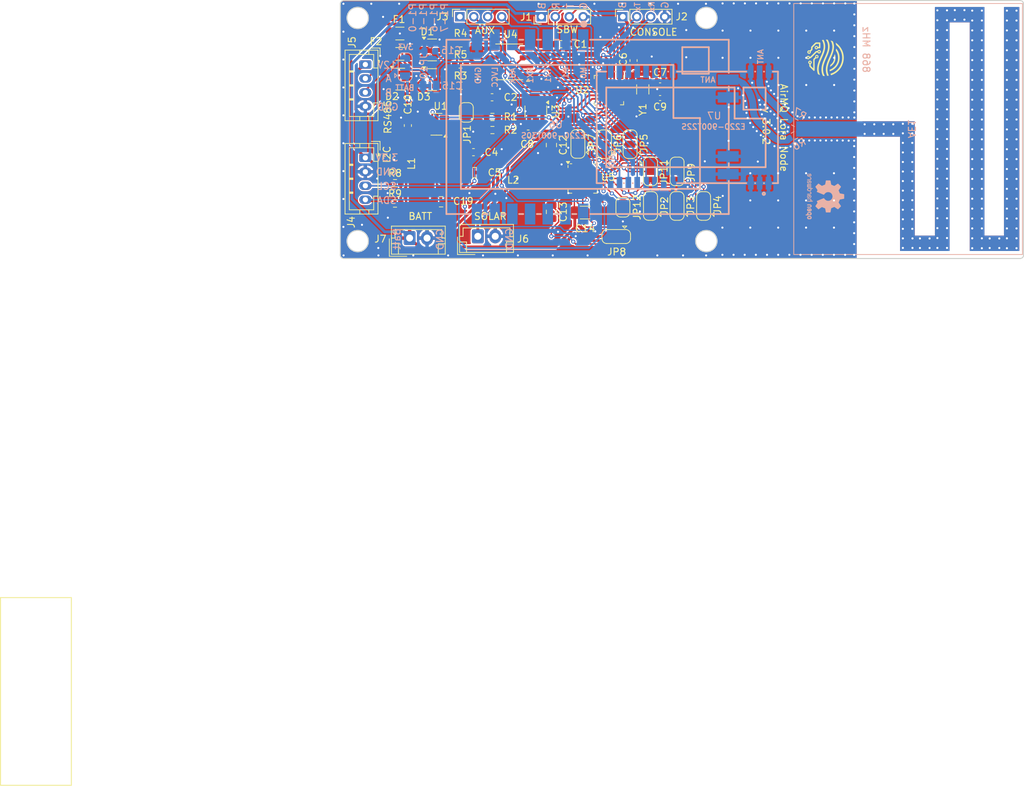
<source format=kicad_pcb>
(kicad_pcb (version 20241229) (generator "pcbnew") (generator_version "9.0")
  (layers (0 "F.Cu" signal) (2 "B.Cu" signal) (13 "F.Paste" user) (15 "B.Paste" user) (5 "F.SilkS" user "F.Silkscreen") (7 "B.SilkS" user "B.Silkscreen") (1 "F.Mask" user) (3 "B.Mask" user) (25 "Edge.Cuts" user))
  (net 0 "")
  (net 1 "+BATT")
  (net 2 "GND")
  (net 3 "/TEST")
  (net 4 "/RST")
  (net 5 "+3V3")
  (net 6 "Net-(U1-SW)")
  (net 7 "/RX0")
  (net 8 "/TX0")
  (net 9 "/TX1")
  (net 10 "/RX1")
  (net 11 "/AUX")
  (net 12 "/M1")
  (net 13 "/M0")
  (net 14 "+12V")
  (net 15 "/A")
  (net 16 "/B")
  (net 17 "Net-(U2-XIN_P2-1)")
  (net 18 "Net-(U2-XOUT_P2-0)")
  (net 19 "Net-(AE1-A)")
  (net 20 "/SDA")
  (net 21 "/EN1")
  (net 22 "/SCL")
  (net 25 "/DE")
  (net 26 "/~{RE}")
  (net 27 "/EN2")
  (net 29 "/P1-0")
  (net 30 "/P1-1")
  (net 31 "/P1-6")
  (net 32 "/P1-7")
  (net 33 "/V_PV")
  (net 34 "/LVCC")
  (net 36 "Net-(U5-BUFSRC)")
  (net 37 "Net-(J5-Pin_2)")
  (net 38 "Net-(J5-Pin_3)")
  (net 39 "Net-(JP1-B)")
  (net 41 "Net-(U7-ANT)")
  (net 42 "Net-(U6-ANT)")
  (net 43 "/VINT")
  (net 44 "/SCFG0")
  (net 45 "/SCFG1")
  (net 46 "/SCFG2")
  (net 47 "/RMPP0")
  (net 48 "/RMPP1")
  (net 49 "/RMPP2")
  (net 50 "Net-(JP8-C)")
  (net 51 "/TMPP0")
  (net 52 "/TMPP1")
  (net 53 "Net-(JP12-A)")
  (net 54 "Net-(U5-SW_DCDC)")
  (footprint "Capacitor_SMD:C_0805_2012Metric" (layer "F.Cu") (at 69.276 106.172)
    (property "Reference" "C5")
    (property "Value" "22uF")
  )
  (footprint "Capacitor_SMD:C_0603_1608Metric" (layer "F.Cu") (at 59.69 99.428 90)
    (property "Reference" "C10")
    (property "Value" "100nF")
  )
  (footprint "Package_TO_SOT_SMD:SOT-23" (layer "F.Cu") (at 63.1675 92.837)
    (property "Reference" "D3")
    (property "Value" "SM712")
  )
  (footprint "Resistor_SMD:R_0603_1608Metric" (layer "F.Cu") (at 67.247 87.63)
    (property "Reference" "R4")
    (property "Value" "10k")
  )
  (footprint "Package_DFN_QFN:Texas_RGE0024H_EP2.7x2.7mm" (layer "F.Cu") (at 88.5298 94.3464 -90)
    (property "Reference" "U2")
    (property "Value" "MSP430FR2433IRGET" (hide yes))
  )
  (footprint "Crystal:Crystal_SMD_3215-2Pin_3.2x1.5mm" (layer "F.Cu") (at 93.3812 94.2502 90)
    (property "Reference" "Y1")
    (property "Value" "32768 Hz" (hide yes))
  )
  (footprint "Connector_JST:JST_PH_B4B-PH-K_1x04_P2.00mm_Vertical" (layer "F.Cu") (at 53.594 90.678 -90)
    (property "Reference" "J5")
    (property "Value" "RS485")
  )
  (footprint "Jumper:SolderJumper-3_P1.3mm_Open_RoundedPad1.0x1.5mm" (layer "F.Cu") (at 84.074 102.07 90)
    (property "Reference" "JP7")
    (property "Value" "SolderJumper_3_Open")
  )
  (footprint "Jumper:SolderJumper-3_P1.3mm_Open_RoundedPad1.0x1.5mm" (layer "F.Cu") (at 87.884 102.108 90)
    (property "Reference" "JP6")
    (property "Value" "SolderJumper_3_Open")
  )
  (footprint "Capacitor_SMD:C_1206_3216Metric" (layer "F.Cu") (at 85.1095 111.9124)
    (property "Reference" "C14")
    (property "Value" "22uF")
  )
  (footprint "Package_TO_SOT_SMD:SOT-23" (layer "F.Cu") (at 58.5955 92.776)
    (property "Reference" "D2")
    (property "Value" "SM12")
  )
  (footprint "Jumper:SolderJumper-3_P1.3mm_Open_RoundedPad1.0x1.5mm" (layer "F.Cu") (at 94.488 110.968 90)
    (property "Reference" "JP2")
    (property "Value" "SolderJumper_3_Open")
  )
  (footprint "AirMQ_FP:AirMQ_Logo_005" (layer "F.Cu") (at 119.634 89.662 -90)
    (property "Reference" "586" (hide yes))
    (property "Value" "AirMQ_Logo")
  )
  (footprint "Resistor_SMD:R_0603_1608Metric" (layer "F.Cu") (at 67.247 93.726)
    (property "Reference" "R3")
    (property "Value" "10k")
  )
  (footprint "Capacitor_SMD:C_0402_1005Metric" (layer "F.Cu") (at 95.8678 92.9494 180)
    (property "Reference" "C7")
    (property "Value" "12pF" (hide yes))
  )
  (footprint "Package_TO_SOT_SMD:SOT-23-6" (layer "F.Cu") (at 63.7895 99.248 180)
    (property "Reference" "U1")
    (property "Value" "TLV61046ADB" (hide yes))
  )
  (footprint "Resistor_SMD:R_0603_1608Metric" (layer "F.Cu") (at 57.849 107.696)
    (property "Reference" "R8")
    (property "Value" "10k")
  )
  (footprint "Connector_PinHeader_2.00mm:PinHeader_1x04_P2.00mm_Vertical" (layer "F.Cu") (at 78.836 83.82 90)
    (property "Reference" "J1")
    (property "Value" "SBW")
  )
  (footprint "Capacitor_SMD:C_0805_2012Metric" (layer "F.Cu") (at 64.455 110.363)
    (property "Reference" "C19")
    (property "Value" "100nF")
  )
  (footprint "Resistor_SMD:R_0603_1608Metric" (layer "F.Cu") (at 71.819 98.201)
    (property "Reference" "R1")
    (property "Value" "10k")
  )
  (footprint "Resistor_SMD:R_0603_1608Metric" (layer "F.Cu") (at 67.246 90.678)
    (property "Reference" "R5")
    (property "Value" "120")
  )
  (footprint "Resistor_SMD:R_0603_1608Metric" (layer "F.Cu") (at 57.849 110.617)
    (property "Reference" "R9")
    (property "Value" "10k")
  )
  (footprint "Capacitor_SMD:C_0603_1608Metric" (layer "F.Cu") (at 92.0604 90.1046 90)
    (property "Reference" "C6")
    (property "Value" "100nF")
  )
  (footprint "Connector_PinSocket_2.00mm:PinSocket_1x04_P2.00mm_Vertical" (layer "F.Cu") (at 67.152 83.82 90)
    (property "Reference" "J3")
    (property "Value" "AUX")
  )
  (footprint "Package_TO_SOT_SMD:SOT-23" (layer "F.Cu") (at 63.1675 88.585)
    (property "Reference" "D1")
    (property "Value" "SM12")
  )
  (footprint "Capacitor_SMD:C_0805_2012Metric" (layer "F.Cu") (at 80.2835 111.814 -90)
    (property "Reference" "C13")
    (property "Value" "22 uF")
  )
  (footprint "Connector_PinSocket_2.00mm:PinSocket_1x04_P2.00mm_Vertical" (layer "F.Cu") (at 90.52 83.82 90)
    (property "Reference" "J2")
    (property "Value" "CON")
  )
  (footprint "Jumper:SolderJumper-3_P1.3mm_Open_RoundedPad1.0x1.5mm" (layer "F.Cu") (at 89.58 115.3525 180)
    (property "Reference" "JP8")
    (property "Value" "SolderJumper_3_Open")
  )
  (footprint "Capacitor_SMD:C_0603_1608Metric" (layer "F.Cu") (at 71.768 95.377)
    (property "Reference" "C2")
    (property "Value" "100nF")
  )
  (footprint "Capacitor_SMD:C_0402_1005Metric" (layer "F.Cu") (at 95.8678 95.4894 180)
    (property "Reference" "C9")
    (property "Value" "12pF" (hide yes))
  )
  (footprint "Capacitor_SMD:C_0603_1608Metric" (layer "F.Cu") (at 69.101 103.251)
    (property "Reference" "C4")
    (property "Value" "100 nF")
  )
  (footprint "Connector_JST:JST_EH_B2B-EH-A_1x02_P2.50mm_Vertical" (layer "F.Cu") (at 59.944 115.57)
    (property "Reference" "J7")
    (property "Value" "BATT")
  )
  (footprint "Package_SO:SOIC-8_3.9x4.9mm_P1.27mm" (layer "F.Cu") (at 74.233 90.297 180)
    (property "Reference" "U4")
    (property "Value" "TP485E" (hide yes))
  )
  (footprint "Package_TO_SOT_SMD:SOT-23-5" (layer "F.Cu") (at 78.044 97.4145 -90)
    (property "Reference" "U3")
    (property "Value" "TPS2065")
  )
  (footprint "Jumper:SolderJumper-3_P1.3mm_Open_RoundedPad1.0x1.5mm" (layer "F.Cu") (at 94.488 106.015 -90)
    (property "Reference" "JP11")
    (property "Value" "SolderJumper_3_Open")
  )
  (footprint "AirMQ_FP:CD43" (layer "F.Cu") (at 63.911 105.03 90)
    (property "Reference" "L1")
    (property "Value" "4.7uH")
  )
  (footprint "Capacitor_SMD:C_0603_1608Metric" (layer "F.Cu") (at 81.648 87.757)
    (property "Reference" "C1")
    (property "Value" "1nF")
  )
  (footprint "Fuse:Fuse_1206_3216Metric" (layer "F.Cu") (at 58.544 86.233 180)
    (property "Reference" "F1")
    (property "Value" "11")
  )
  (footprint "Jumper:SolderJumper-3_P1.3mm_Open_RoundedPad1.0x1.5mm" (layer "F.Cu") (at 98.298 110.968 90)
    (property "Reference" "JP3")
    (property "Value" "SolderJumper_3_Open")
  )
  (footprint "Connector_JST:JST_EH_B2B-EH-A_1x02_P2.50mm_Vertical" (layer "F.Cu") (at 69.723 115.316)
    (property "Reference" "J6")
    (property "Value" "Solar")
  )
  (footprint "Jumper:SolderJumper-3_P1.3mm_Open_RoundedPad1.0x1.5mm" (layer "F.Cu") (at 98.298 106.015 -90)
    (property "Reference" "JP9")
    (property "Value" "SolderJumper_3_Open")
  )
  (footprint "Jumper:SolderJumper-3_P1.3mm_Open_RoundedPad1.0x1.5mm" (layer "F.Cu") (at 102.108 110.968 90)
    (property "Reference" "JP4")
    (property "Value" "SolderJumper_3_Open")
  )
  (footprint "Jumper:SolderJumper-3_P1.3mm_Open_RoundedPad1.0x1.5mm" (layer "F.Cu") (at 91.567 102.108 90)
    (property "Reference" "JP5")
    (property "Value" "SolderJumper_3_Open")
  )
  (footprint "Fuse:Fuse_1206_3216Metric" (layer "F.Cu") (at 58.544 89.154 180)
    (property "Reference" "F2")
    (property "Value" "11")
  )
  (footprint "Capacitor_SMD:C_0603_1608Metric" (layer "F.Cu") (at 76.945 100.58 180)
    (property "Reference" "C8")
    (property "Value" "100nF")
  )
  (footprint "Jumper:SolderJumper-2_P1.3mm_Open_RoundedPad1.0x1.5mm" (layer "F.Cu") (at 90.53 111.16 -90)
    (property "Reference" "JP12")
    (property "Value" "SolderJumper_2_Open")
  )
  (footprint "Package_DFN_QFN:QFN-28-1EP_4x4mm_P0.4mm_EP2.6x2.6mm" (layer "F.Cu") (at 84.77 107.02)
    (property "Reference" "U5")
    (property "Value" "AEM10900")
  )
  (footprint "Capacitor_SMD:C_0805_2012Metric" (layer "F.Cu") (at 80.2835 102.228 -90)
    (property "Reference" "C12")
    (property "Value" "22 uF")
  )
  (footprint "AirMQ_FP:CD43" (layer "F.Cu") (at 78.5817 107.039 180)
    (property "Reference" "L2")
    (property "Value" "10uH")
  )
  (footprint "Resistor_SMD:R_0603_1608Metric" (layer "F.Cu") (at 71.819 100.076 180)
    (property "Reference" "R2")
    (property "Value" "10k")
  )
  (footprint "Connector_JST:JST_PH_B4B-PH-K_1x04_P2.00mm_Vertical" (layer "F.Cu") (at 53.594 104.0638 -90)
    (property "Reference" "J4")
    (property "Value" "I2C")
  )
  (footprint "Jumper:SolderJumper-2_P1.3mm_Open_RoundedPad1.0x1.5mm" (layer "F.Cu") (at 68.072 97.551 -90)
    (property "Reference" "JP1")
    (property "Value" "SolderJumper_2_Open" (hide yes))
  )
  (footprint "Capacitor_SMD:C_0603_1608Metric" (layer "B.Cu") (at 62.847 88.773 180)
    (property "Reference" "C16")
    (property "Value" "100nF")
  )
  (footprint "Jumper:SolderJumper-3_P1.3mm_Open_RoundedPad1.0x1.5mm" (layer "B.Cu") (at 59.304 91.059 90)
    (property "Reference" "JP10")
    (property "Value" "SolderJumper_3_Open" (hide yes))
  )
  (footprint "Capacitor_SMD:C_0805_2012Metric" (layer "B.Cu") (at 62.799 93.726 180)
    (property "Reference" "C15")
    (property "Value" "10uF")
  )
  (footprint "Resistor_SMD:R_0603_1608Metric" (layer "B.Cu") (at 115.1857 99.0031 150)
    (property "Reference" "R7")
    (property "Value" "0")
  )
  (footprint "AirMQ_FP:WIRELM-SMD_E220-900T30S" (layer "B.Cu") (at 87.616 99.622 -90)
    (property "Reference" "U6")
    (property "Value" "E220-900T30S")
  )
  (footprint "AirMQ_FP:WIRELM-SMD_E220-900T22S" (layer "B.Cu") (at 100.093 99.694 -90)
    (property "Reference" "U7")
    (property "Value" "E220-900T22S")
  )
  (footprint "Resistor_SMD:R_0603_1608Metric" (layer "B.Cu") (at 115.1349 100.8695 -150)
    (property "Reference" "R6")
    (property "Value" "0")
  )
  (footprint "Antennae:868_Antenna" (layer "B.Cu") (at 131.434 99.876 90)
    (property "Reference" "AE1")
    (property "Value" "Antenna")
  )
  (footprint "Symbol:OSHW-Logo2_7.3x6mm_SilkScreen" (layer "B.Cu") (at 119.507 109.601 90)
    (property "Reference" "REF**" (hide yes))
    (property "Value" "OSHW-Logo2_7.3x6mm_SilkScreen" (hide yes))
  )
  (gr_rect (start 1.27 167.132) (end 11.43 194.056) (stroke (width 0.15)) (fill no) (layer "F.SilkS"))
  (gr_arc (start 148 118) (mid 147.853553 118.353553) (end 147.5 118.5) (stroke (width 0.15)) (layer "Edge.Cuts"))
  (gr_line (start 50 118) (end 50 82) (stroke (width 0.15)) (layer "Edge.Cuts"))
  (gr_line (start 147.5 118.5) (end 50.5 118.5) (stroke (width 0.15)) (layer "Edge.Cuts"))
  (gr_circle (center 52.5 84) (end 54.03 84) (stroke (width 0.15)) (fill no) (layer "Edge.Cuts"))
  (gr_circle (center 102.5 116) (end 104.03 116) (stroke (width 0.15)) (fill no) (layer "Edge.Cuts"))
  (gr_arc (start 50.5 118.5) (mid 50.146447 118.353553) (end 50 118) (stroke (width 0.15)) (layer "Edge.Cuts"))
  (gr_arc (start 50 82) (mid 50.146447 81.646447) (end 50.5 81.5) (stroke (width 0.15)) (layer "Edge.Cuts"))
  (gr_circle (center 102.5 84) (end 104.03 84) (stroke (width 0.15)) (fill no) (layer "Edge.Cuts"))
  (gr_line (start 148 82) (end 148 118) (stroke (width 0.15)) (layer "Edge.Cuts"))
  (gr_line (start 50.5 81.5) (end 147.5 81.5) (stroke (width 0.15)) (layer "Edge.Cuts"))
  (gr_circle (center 52.5 116) (end 54.03 116) (stroke (width 0.15)) (fill no) (layer "Edge.Cuts"))
  (gr_arc (start 147.5 81.5) (mid 147.853553 81.646447) (end 148 82) (stroke (width 0.15)) (layer "Edge.Cuts"))
  (gr_text "RS485" (at 57.404 100.711 90) (layer "F.SilkS") (effects (font (size 1 1)) (justify left bottom)))
  (gr_text "AirMQ Lora Node" (at 113.03 93.345 -90) (layer "F.SilkS") (effects (font (size 1 1)) (justify left bottom)))
  (gr_text "CONSOLE" (at 91.44 86.614 0) (layer "F.SilkS") (effects (font (size 1 1)) (justify left bottom)))
  (gr_text "SBW" (at 80.899 86.233 0) (layer "F.SilkS") (effects (font (size 1 1)) (justify left bottom)))
  (gr_text "v 3.0.2" (at 110.49 96.774 270) (layer "F.SilkS") (effects (font (size 1 1)) (justify left bottom)))
  (gr_text "I2C" (at 57.277 104.902 90) (layer "F.SilkS") (effects (font (size 1 1)) (justify left bottom)))
  (gr_text "SOLAR" (at 69.088 113.03 0) (layer "F.SilkS") (effects (font (size 1 1)) (justify left bottom)))
  (gr_text "BATT" (at 59.69 113.03 0) (layer "F.SilkS") (effects (font (size 1 1)) (justify left bottom)))
  (gr_text "AUX" (at 69.215 86.36 0) (layer "F.SilkS") (effects (font (size 1 1)) (justify left bottom)))
  (gr_text "B" (at 79.502 81.661 90) (layer "B.SilkS") (effects (font (size 1 1)) (justify left bottom mirror)))
  (gr_text "ANT" (at 103.886 93.345 0) (layer "B.SilkS") (effects (font (size 0.8 0.8)) (justify left bottom mirror)))
  (gr_text "GND" (at 89.408 102.743 90) (layer "B.SilkS") (effects (font (size 0.8 0.8)) (justify left bottom mirror)))
  (gr_text "GND" (at 74.8284 114.046 90) (layer "B.SilkS") (effects (font (size 1 1)) (justify left bottom mirror)))
  (gr_text "R" (at 81.534 81.661 90) (layer "B.SilkS") (effects (font (size 1 1)) (justify left bottom mirror)))
  (gr_text "E220-900T22S" (at 108.204 100.076 0) (layer "B.SilkS") (effects (font (size 0.8 0.8)) (justify left bottom mirror)))
  (gr_text "G" (at 85.471 81.661 90) (layer "B.SilkS") (effects (font (size 1 1)) (justify left bottom mirror)))
  (gr_text "ANT" (at 110.744 88.392 90) (layer "B.SilkS") (effects (font (size 0.8 0.8)) (justify left bottom mirror)))
  (gr_text "M0" (at 85.344 90.932 90) (layer "B.SilkS") (effects (font (size 0.8 0.8)) (justify left bottom mirror)))
  (gr_text "GND" (at 70.231 90.932 90) (layer "B.SilkS") (effects (font (size 0.8 0.8)) (justify left bottom mirror)))
  (gr_text "GND" (at 64.897 114.1476 90) (layer "B.SilkS") (effects (font (size 1 1)) (justify left bottom mirror)))
  (gr_text "B\n" (at 57.5056 95.3008 0) (layer "B.SilkS") (effects (font (size 1 1)) (justify left bottom mirror)))
  (gr_text "12V" (at 58.166 91.3384 0) (layer "B.SilkS") (effects (font (size 1 1)) (justify left bottom mirror)))
  (gr_text "P1-0" (at 60.96 81.788 90) (layer "B.SilkS") (effects (font (size 1 1)) (justify left bottom mirror)))
  (gr_text "AUX" (at 75.184 91.059 90) (layer "B.SilkS") (effects (font (size 0.8 0.8)) (justify left bottom mirror)))
  (gr_text "P1-1" (at 62.484 81.788 90) (layer "B.SilkS") (effects (font (size 1 1)) (justify left bottom mirror)))
  (gr_text "Tx" (at 93.091 81.661 90) (layer "B.SilkS") (effects (font (size 0.8 0.8)) (justify left bottom mirror)))
  (gr_text "GND" (at 58.2422 106.6546 0) (layer "B.SilkS") (effects (font (size 1 1)) (justify left bottom mirror)))
  (gr_text "A" (at 57.4548 93.2688 0) (layer "B.SilkS") (effects (font (size 1 1)) (justify left bottom mirror)))
  (gr_text "SDA" (at 58.166 110.744 0) (layer "B.SilkS") (effects (font (size 1 1)) (justify left bottom mirror)))
  (gr_text "E220-900T30S" (at 85.217 101.346 0) (layer "B.SilkS") (effects (font (size 0.8 0.8)) (justify left bottom mirror)))
  (gr_text "P1-6" (at 64.008 81.788 90) (layer "B.SilkS") (effects (font (size 1 1)) (justify left bottom mirror)))
  (gr_text "G" (at 97.155 81.534 90) (layer "B.SilkS") (effects (font (size 1 1)) (justify left bottom mirror)))
  (gr_text "LVCC" (at 72.644 90.932 90) (layer "B.SilkS") (effects (font (size 0.8 0.8)) (justify left bottom mirror)))
  (gr_text "868 MHz" (at 124.841 91.948 270) (layer "B.SilkS") (effects (font (size 1 1)) (justify left bottom mirror)))
  (gr_text "3.3V" (at 58.3946 104.6226 0) (layer "B.SilkS") (effects (font (size 1 1)) (justify left bottom mirror)))
  (gr_text "GND" (at 58.4454 97.3582 0) (layer "B.SilkS") (effects (font (size 1 1)) (justify left bottom mirror)))
  (gr_text "SCL" (at 58.166 108.712 0) (layer "B.SilkS") (effects (font (size 1 1)) (justify left bottom mirror)))
  (gr_text "T" (at 83.566 81.788 90) (layer "B.SilkS") (effects (font (size 1 1)) (justify left bottom mirror)))
  (gr_text "BATT" (at 60.706 94.488 0) (layer "B.SilkS") (effects (font (size 0.8 0.8)) (justify left bottom mirror)))
  (gr_text "RX1" (at 77.724 90.932 90) (layer "B.SilkS") (effects (font (size 0.8 0.8)) (justify left bottom mirror)))
  (gr_text "M1" (at 82.804 90.932 90) (layer "B.SilkS") (effects (font (size 0.8 0.8)) (justify left bottom mirror)))
  (gr_text "Batt" (at 58.6994 114.0714 90) (layer "B.SilkS") (effects (font (size 1 1)) (justify left bottom mirror)))
  (gr_text "TX1" (at 80.264 91.059 90) (layer "B.SilkS") (effects (font (size 0.8 0.8)) (justify left bottom mirror)))
  (gr_text "Rx" (at 95.123 81.534 90) (layer "B.SilkS") (effects (font (size 0.8 0.8)) (justify left bottom mirror)))
  (gr_text "3V3" (at 60.579 88.646 0) (layer "B.SilkS") (effects (font (size 0.8 0.8)) (justify left bottom mirror)))
  (gr_text "B" (at 91.059 81.534 90) (layer "B.SilkS") (effects (font (size 1 1)) (justify left bottom mirror)))
  (gr_text "P1-7" (at 65.532 81.788 90) (layer "B.SilkS") (effects (font (size 1 1)) (justify left bottom mirror)))
  (segment (start 91.6873 91.2888) (end 91.0569 91.9192) (width 0.4) (layer "F.Cu") (net 1))
  (segment (start 76.6488 101.456) (end 76.844 101.456) (width 0.4) (layer "F.Cu") (net 1))
  (segment (start 67.3471 96.7615) (end 64.3 96.7615) (width 0.4) (layer "F.Cu") (net 1))
  (segment (start 90.995 84.295) (end 90.995 84.495) (width 0.4) (layer "F.Cu") (net 1))
  (segment (start 83.3959 114.2669) (end 83.6345 114.2669) (width 0.4) (layer "F.Cu") (net 1))
  (segment (start 91.1098 93.0402) (end 91.1098 92.648) (width 0.25) (layer "F.Cu") (net 1))
  (segment (start 83.6345 111.9124) (end 83.6345 114.2669) (width 0.4) (layer "F.Cu") (net 1))
  (segment (start 59.2134 99.9348) (end 59.2227 99.9348) (width 0.4) (layer "F.Cu") (net 1))
  (segment (start 71.95 106.1548) (end 76.6488 101.456) (width 0.4) (layer "F.Cu") (net 1))
  (segment (start 62.5644 96.3769) (end 60.3808 96.3769) (width 0.4) (layer "F.Cu") (net 1))
  (segment (start 90.4923 93.0964) (end 91.0536 93.0964) (width 0.25) (layer "F.Cu") (net 1))
  (segment (start 92.0604 90.8796) (end 91.6873 91.2888) (width 0.4) (layer "F.Cu") (net 1))
  (segment (start 78.994 98.552) (end 78.994 99.1616) (width 0.4) (layer "F.Cu") (net 1))
  (segment (start 59.2227 99.9348) (end 59.69 100.203) (width 0.4) (layer "F.Cu") (net 1))
  (segment (start 59.944 115.57) (end 60.7854 116.368) (width 0.4) (layer "F.Cu") (net 1))
  (segment (start 83.596 112.334) (end 83.566 112.334) (width 0.2) (layer "F.Cu") (net 1))
  (segment (start 68.072 96.901) (end 67.3471 96.7615) (width 0.4) (layer "F.Cu") (net 1))
  (segment (start 64.3 96.7615) (end 63.7659 96.2274) (width 0.4) (layer "F.Cu") (net 1))
  (segment (start 57.9137 97.8046) (end 57.9137 98.6351) (width 0.4) (layer "F.Cu") (net 1))
  (segment (start 91.0569 92.7751) (end 91.1251 92.6264) (width 0.25) (layer "F.Cu") (net 1))
  (segment (start 63.3799 117.0701) (end 71.95 108.5) (width 0.4) (layer "F.Cu") (net 1))
  (segment (start 76.844 101.456) (end 77.72 100.58) (width 0.4) (layer "F.Cu") (net 1))
  (segment (start 91.0569 91.9192) (end 91.0569 92.5951) (width 0.4) (layer "F.Cu") (net 1))
  (segment (start 91.6873 90.4704) (end 92.0604 90.8796) (width 0.4) (layer "F.Cu") (net 1))
  (segment (start 83.57 108.9575) (end 83.57 111.4955) (width 0.2) (layer "F.Cu") (net 1))
  (segment (start 60.7854 116.368) (end 60.7957 116.368) (width 0.4) (layer "F.Cu") (net 1))
  (segment (start 61.4978 117.0701) (end 63.3799 117.0701) (width 0.4) (layer "F.Cu") (net 1))
  (segment (start 59.8611 95.8572) (end 57.9137 97.8046) (width 0.4) (layer "F.Cu") (net 1))
  (segment (start 63.61 116.84) (end 80.8228 116.84) (width 0.4) (layer "F.Cu") (net 1))
  (segment (start 83.6345 114.2669) (end 83.806161 114.2669) (width 0.4) (layer "F.Cu") (net 1))
  (segment (start 91.1098 92.648) (end 91.0569 92.5951) (width 0.25) (layer "F.Cu") (net 1))
  (segment (start 60.3808 96.3769) (end 59.8611 95.8572) (width 0.4) (layer "F.Cu") (net 1))
  (segment (start 90.995 84.495) (end 91.1606 84.6606) (width 0.4) (layer "F.Cu") (net 1))
  (segment (start 91.0569 92.7751) (end 90.9887 92.6264) (width 0.25) (layer "F.Cu") (net 1))
  (segment (start 62.652 100.198) (end 62.4815 100.2986) (width 0.4) (layer "F.Cu") (net 1))
  (segment (start 63.7659 96.2274) (end 62.7139 96.2274) (width 0.4) (layer "F.Cu") (net 1))
  (segment (start 91.1606 89.9437) (end 91.6873 90.4704) (width 0.4) (layer "F.Cu") (net 1))
  (segment (start 77.72 100.58) (end 77.72 100.4356) (width 0.4) (layer "F.Cu") (net 1))
  (segment (start 60.7957 116.368) (end 61.4978 117.0701) (width 0.4) (layer "F.Cu") (net 1))
  (segment (start 77.72 100.4356) (end 78.994 99.1616) (width 0.4) (layer "F.Cu") (net 1))
  (segment (start 80.8228 116.84) (end 83.3959 114.2669) (width 0.4) (layer "F.Cu") (net 1))
  (segment (start 59.69 100.203) (end 59.9659 100.198) (width 0.4) (layer "F.Cu") (net 1))
  (segment (start 83.806161 114.2669) (end 84.891761 115.3525) (width 0.4) (layer "F.Cu") (net 1))
  (segment (start 63.3799 117.0701) (end 63.61 116.84) (width 0.4) (layer "F.Cu") (net 1))
  (segment (start 57.9137 98.6351) (end 59.2134 99.9348) (width 0.4) (layer "F.Cu") (net 1))
  (segment (start 84.891761 115.3525) (end 88.28 115.3525) (width 0.4) (layer "F.Cu") (net 1))
  (segment (start 59.9659 100.198) (end 60.1659 100.198) (width 0.4) (layer "F.Cu") (net 1))
  (segment (start 90.52 83.82) (end 90.995 84.295) (width 0.4) (layer "F.Cu") (net 1))
  (segment (start 83.57 111.4955) (end 83.6345 111.56) (width 0.2) (layer "F.Cu") (net 1))
  (segment (start 62.7139 96.2274) (end 62.5644 96.3769) (width 0.4) (layer "F.Cu") (net 1))
  (segment (start 91.0536 93.0964) (end 91.1098 93.0402) (width 0.25) (layer "F.Cu") (net 1))
  (segment (start 91.1606 84.6606) (end 91.1606 89.9437) (width 0.4) (layer "F.Cu") (net 1))
  (segment (start 71.95 108.5) (end 71.95 106.1548) (width 0.4) (layer "F.Cu") (net 1))
  (via (at 59.8611 95.8572) (size 0.6) (drill 0.3) (layers "F.Cu" "B.Cu") (net 1))
  (segment (start 51.6678 109.9684) (end 56.3754 114.676) (width 0.4) (layer "B.Cu") (net 1))
  (segment (start 51.6678 90.5672) (end 51.6678 109.9684) (width 0.4) (layer "B.Cu") (net 1))
  (segment (start 59.304 92.359) (end 59.6244 92.8488) (width 0.4) (layer "B.Cu") (net 1))
  (segment (start 59.1321 114.676) (end 59.1394 114.6833) (width 0.4) (layer "B.Cu") (net 1))
  (segment (start 73.8666 82.0948) (end 60.1402 82.0948) (width 0.4) (layer "B.Cu") (net 1))
  (segment (start 90.045 83.345) (end 90.52 83.82) (width 0.4) (layer "B.Cu") (net 1))
  (segment (start 60.1402 82.0948) (end 51.6678 90.5672) (width 0.4) (layer "B.Cu") (net 1))
  (segment (start 75.1168 83.345) (end 73.8666 82.0948) (width 0.4) (layer "B.Cu") (net 1))
  (segment (start 56.3754 114.676) (end 59.1321 114.676) (width 0.4) (layer "B.Cu") (net 1))
  (segment (start 59.1394 114.6833) (end 59.944 115.57) (width 0.4) (layer "B.Cu") (net 1))
  (segment (start 79.311 83.345) (end 79.511 83.345) (width 0.4) (layer "B.Cu") (net 1))
  (segment (start 86.0228 83.345) (end 89.845 83.345) (width 0.4) (layer "B.Cu") (net 1))
  (segment (start 85.3227 82.6449) (end 86.0228 83.345) (width 0.4) (layer "B.Cu") (net 1))
  (segment (start 80.3493 82.6449) (end 85.3227 82.6449) (width 0.4) (layer "B.Cu") (net 1))
  (segment (start 59.6244 92.8488) (end 59.6244 95.6205) (width 0.4) (layer "B.Cu") (net 1))
  (segment (start 79.511 83.345) (end 79.6492 83.345) (width 0.4) (layer "B.Cu") (net 1))
  (segment (start 59.6244 95.6205) (end 59.8611 95.8572) (width 0.4) (layer "B.Cu") (net 1))
  (segment (start 78.836 83.82) (end 79.311 83.345) (width 0.4) (layer "B.Cu") (net 1))
  (segment (start 78.836 83.82) (end 78.361 83.345) (width 0.4) (layer "B.Cu") (net 1))
  (segment (start 78.361 83.345) (end 78.161 83.345) (width 0.4) (layer "B.Cu") (net 1))
  (segment (start 89.845 83.345) (end 90.045 83.345) (width 0.4) (layer "B.Cu") (net 1))
  (segment (start 78.161 83.345) (end 75.1168 83.345) (width 0.4) (layer "B.Cu") (net 1))
  (segment (start 79.6492 83.345) (end 80.3493 82.6449) (width 0.4) (layer "B.Cu") (net 1))
  (segment (start 90.0796 93.5964) (end 89.8798 93.5964) (width 0.25) (layer "F.Cu") (net 2))
  (segment (start 60.6314 93.1688) (end 60.6151 93.1851) (width 0.25) (layer "F.Cu") (net 2))
  (segment (start 82.8325 107.02) (end 84.77 107.02) (width 0.2) (layer "F.Cu") (net 2))
  (segment (start 60.6477 93.1444) (end 60.6314 93.1607) (width 0.25) (layer "F.Cu") (net 2))
  (segment (start 60.6477 93.1289) (end 60.6477 93.1444) (width 0.25) (layer "F.Cu") (net 2))
  (segment (start 89.7798 95.8703) (end 89.7798 95.8962) (width 0.25) (layer "F.Cu") (net 2))
  (segment (start 60.5167 93.3046) (end 60.5167 94.4033) (width 0.25) (layer "F.Cu") (net 2))
  (segment (start 83.57 105.82) (end 84.77 107.02) (width 0.2) (layer "F.Cu") (net 2))
  (segment (start 92.3536 89.7812) (end 92.3536 89.7719) (width 0.25) (layer "F.Cu") (net 2))
  (segment (start 92.3536 89.7719) (end 92.0604 89.3296) (width 0.25) (layer "F.Cu") (net 2))
  (segment (start 92.6462 90.0698) (end 92.6422 90.0698) (width 0.25) (layer "F.Cu") (net 2))
  (segment (start 85.57 105.0825) (end 85.57 106.22) (width 0.2) (layer "F.Cu") (net 2))
  (segment (start 62.444 115.57) (end 62.444 115.42) (width 0.25) (layer "F.Cu") (net 2))
  (segment (start 60.6151 93.2062) (end 60.5167 93.3046) (width 0.25) (layer "F.Cu") (net 2))
  (segment (start 89.7548 95.8453) (end 89.7798 95.8703) (width 0.25) (layer "F.Cu") (net 2))
  (segment (start 60.6151 93.1851) (end 60.6151 93.2062) (width 0.25) (layer "F.Cu") (net 2))
  (segment (start 60.6588 93.1178) (end 60.6477 93.1289) (width 0.25) (layer "F.Cu") (net 2))
  (segment (start 60.5167 94.4033) (end 61.1762 95.0628) (width 0.25) (layer "F.Cu") (net 2))
  (segment (start 89.7548 95.6964) (end 89.7548 95.8453) (width 0.25) (layer "F.Cu") (net 2))
  (segment (start 69.876 103.251) (end 69.976 103.6019) (width 0.25) (layer "F.Cu") (net 2))
  (segment (start 62.1179 95.0628) (end 62.1982 94.9825) (width 0.25) (layer "F.Cu") (net 2))
  (segment (start 89.7548 95.5714) (end 89.7548 95.6964) (width 0.25) (layer "F.Cu") (net 2))
  (segment (start 60.6962 93.065) (end 60.6588 93.1024) (width 0.25) (layer "F.Cu") (net 2))
  (segment (start 89.7548 93.5964) (end 88.5298 94.3464) (width 0.25) (layer "F.Cu") (net 2))
  (segment (start 83.97 108.9575) (end 83.97 107.82) (width 0.2) (layer "F.Cu") (net 2))
  (segment (start 58.8004 98.3848) (end 58.7138 98.2982) (width 0.25) (layer "F.Cu") (net 2))
  (segment (start 89.7798 95.8962) (end 89.7798 96.3089) (width 0.25) (layer "F.Cu") (net 2))
  (segment (start 60.6314 93.1607) (end 60.6314 93.1688) (width 0.25) (layer "F.Cu") (net 2))
  (segment (start 85.57 105.0825) (end 85.57 103.632) (width 0.2) (layer "F.Cu") (net 2))
  (segment (start 90.4923 93.5964) (end 90.0796 93.5964) (width 0.25) (layer "F.Cu") (net 2))
  (segment (start 83.97 107.82) (end 84.77 107.02) (width 0.2) (layer "F.Cu") (net 2))
  (segment (start 53.594 96.678) (end 53.869 96.678) (width 0.25) (layer "F.Cu") (net 2))
  (segment (start 88.5298 94.3464) (end 89.7548 95.5714) (width 0.25) (layer "F.Cu") (net 2))
  (segment (start 85.57 106.22) (end 84.77 107.02) (width 0.2) (layer "F.Cu") (net 2))
  (segment (start 60.6588 93.1024) (end 60.6588 93.1178) (width 0.25) (layer "F.Cu") (net 2))
  (segment (start 61.1762 95.0628) (end 62.1179 95.0628) (width 0.25) (layer "F.Cu") (net 2))
  (segment (start 82.8325 105.82) (end 83.57 105.82) (width 0.2) (layer "F.Cu") (net 2))
  (segment (start 89.8798 93.5964) (end 89.7548 93.5964) (width 0.25) (layer "F.Cu") (net 2))
  (via (at 112.2426 97.8408) (size 0.6) (drill 0.3) (layers "F.Cu" "B.Cu") (net 2))
  (via (at 104.8282 81.915) (size 0.6) (drill 0.3) (layers "F.Cu" "B.Cu") (net 2))
  (via (at 98.4444 81.9658) (size 0.6) (drill 0.3) (layers "F.Cu" "B.Cu") (net 2))
  (via (at 87.2998 86.7156) (size 0.6) (drill 0.3) (layers "F.Cu" "B.Cu") (net 2))
  (via (at 113.8682 102.616) (size 0.6) (drill 0.3) (layers "F.Cu" "B.Cu") (net 2))
  (via (at 95.4532 94.2086) (size 0.6) (drill 0.3) (layers "F.Cu" "B.Cu") (net 2))
  (via (at 69.0626 100.3046) (size 0.6) (drill 0.3) (layers "F.Cu" "B.Cu") (net 2))
  (via (at 108.7882 99.06) (size 0.6) (drill 0.3) (layers "F.Cu" "B.Cu") (net 2))
  (via (at 123.7234 83.491) (size 0.6) (drill 0.3) (layers "F.Cu" "B.Cu") (net 2))
  (via (at 78.359 103.378) (size 0.6) (drill 0.3) (layers "F.Cu" "B.Cu") (net 2))
  (via (at 120.8282 81.915) (size 0.6) (drill 0.3) (layers "F.Cu" "B.Cu") (net 2))
  (via (at 92.964 111.76) (size 0.6) (drill 0.3) (layers "F.Cu" "B.Cu") (net 2))
  (via (at 78.4444 81.9658) (size 0.6) (drill 0.3) (layers "F.Cu" "B.Cu") (net 2))
  (via (at 116.8282 93.615) (size 0.6) (drill 0.3) (layers "F.Cu" "B.Cu") (net 2))
  (via (at 95.758 105.791) (size 0.6) (drill 0.3) (layers "F.Cu" "B.Cu") (net 2))
  (via (at 116.8028 106.2714) (size 0.6) (drill 0.3) (layers "F.Cu" "B.Cu") (net 2))
  (via (at 80.4698 118.0592) (size 0.6) (drill 0.3) (layers "F.Cu" "B.Cu") (net 2))
  (via (at 116.0282 81.915) (size 0.6) (drill 0.3) (layers "F.Cu" "B.Cu") (net 2))
  (via (at 99.1616 118.0592) (size 0.6) (drill 0.3) (layers "F.Cu" "B.Cu") (net 2))
  (via (at 112.8028 110.1714) (size 0.6) (drill 0.3) (layers "F.Cu" "B.Cu") (net 2))
  (via (at 111.2028 117.9714) (size 0.6) (drill 0.3) (layers "F.Cu" "B.Cu") (net 2))
  (via (at 53.1114 113.665) (size 0.6) (drill 0.3) (layers "F.Cu" "B.Cu") (net 2))
  (via (at 72.898 94.1832) (size 0.6) (drill 0.3) (layers "F.Cu" "B.Cu") (net 2))
  (via (at 111.5568 101.8794) (size 0.6) (drill 0.3) (layers "F.Cu" "B.Cu") (net 2))
  (via (at 50.4444 85.9658) (size 0.6) (drill 0.3) (layers "F.Cu" "B.Cu") (net 2))
  (via (at 61.3918 90.4748) (size 0.6) (drill 0.3) (layers "F.Cu" "B.Cu") (net 2))
  (via (at 114.8334 97.536) (size 0.6) (drill 0.3) (layers "F.Cu" "B.Cu") (net 2))
  (via (at 111.76 94.3864) (size 0.6) (drill 0.3) (layers "F.Cu" "B.Cu") (net 2))
  (via (at 112.8776 93.6244) (size 0.6) (drill 0.3) (layers "F.Cu" "B.Cu") (net 2))
  (via (at 84.2264 89.2156) (size 0.6) (drill 0.3) (layers "F.Cu" "B.Cu") (net 2))
  (via (at 73.152 102.8192) (size 0.6) (drill 0.3) (layers "F.Cu" "B.Cu") (net 2))
  (via (at 108.8028 106.2714) (size 0.6) (drill 0.3) (layers "F.Cu" "B.Cu") (net 2))
  (via (at 108.4326 98.3488) (size 0.6) (drill 0.3) (layers "F.Cu" "B.Cu") (net 2))
  (via (at 109.22 99.6442) (size 0.6) (drill 0.3) (layers "F.Cu" "B.Cu") (net 2))
  (via (at 122.4282 81.915) (size 0.6) (drill 0.3) (layers "F.Cu" "B.Cu") (net 2))
  (via (at 55.2958 107.0356) (size 0.6) (drill 0.3) (layers "F.Cu" "B.Cu") (net 2))
  (via (at 123.7234 98.2886) (size 0.6) (drill 0.3) (layers "F.Cu" "B.Cu") (net 2))
  (via (at 116.0028 117.9714) (size 0.6) (drill 0.3) (layers "F.Cu" "B.Cu") (net 2))
  (via (at 90.424 89.6874) (size 0.6) (drill 0.3) (layers "F.Cu" "B.Cu") (net 2))
  (via (at 110.0836 95.7834) (size 0.6) (drill 0.3) (layers "F.Cu" "B.Cu") (net 2))
  (via (at 114.3 96.9264) (size 0.6) (drill 0.3) (layers "F.Cu" "B.Cu") (net 2))
  (via (at 60.4698 118.0592) (size 0.6) (drill 0.3) (layers "F.Cu" "B.Cu") (net 2))
  (via (at 86.4616 101.2952) (size 0.6) (drill 0.3) (layers "F.Cu" "B.Cu") (net 2))
  (via (at 102.4698 118.0592) (size 0.6) (drill 0.3) (layers "F.Cu" "B.Cu") (net 2))
  (via (at 78.8416 92.7354) (size 0.6) (drill 0.3) (layers "F.Cu" "B.Cu") (net 2))
  (via (at 95.4698 118.0592) (size 0.6) (drill 0.3) (layers "F.Cu" "B.Cu") (net 2))
  (via (at 94.0816 101.9556) (size 0.6) (drill 0.3) (layers "F.Cu" "B.Cu") (net 2))
  (via (at 120.459 101.5746) (size 0.6) (drill 0.3) (layers "F.Cu" "B.Cu") (net 2))
  (via (at 111.2282 81.915) (size 0.6) (drill 0.3) (layers "F.Cu" "B.Cu") (net 2))
  (via (at 113.0808 102.616) (size 0.6) (drill 0.3) (layers "F.Cu" "B.Cu") (net 2))
  (via (at 99.9236 105.156) (size 0.6) (drill 0.3) (layers "F.Cu" "B.Cu") (net 2))
  (via (at 81.7372 105.0036) (size 0.6) (drill 0.3) (layers "F.Cu" "B.Cu") (net 2))
  (via (at 109.728 100.2284) (size 0.6) (drill 0.3) (layers "F.Cu" "B.Cu") (net 2))
  (via (at 106.4028 117.9714) (size 0.6) (drill 0.3) (layers "F.Cu" "B.Cu") (net 2))
  (via (at 59.9948 87.6808) (size 0.6) (drill 0.3) (layers "F.Cu" "B.Cu") (net 2))
  (via (at 70.4698 118.0592) (size 0.6) (drill 0.3) (layers "F.Cu" "B.Cu") (net 2))
  (via (at 116.8028 110.1714) (size 0.6) (drill 0.3) (layers "F.Cu" "B.Cu") (net 2))
  (via (at 120.8028 114.0714) (size 0.6) (drill 0.3) (layers "F.Cu" "B.Cu") (net 2))
  (via (at 95.0214 86.2076) (size 0.6) (drill 0.3) (layers "F.Cu" "B.Cu") (net 2))
  (via (at 123.698 113.3074) (size 0.6) (drill 0.3) (layers "F.Cu" "B.Cu") (net 2))
  (via (at 121.259 101.5746) (size 0.6) (drill 0.3) (layers "F.Cu" "B.Cu") (net 2))
  (via (at 112.8028 114.0714) (size 0.6) (drill 0.3) (layers "F.Cu" "B.Cu") (net 2))
  (via (at 65.4698 118.0592) (size 0.6) (drill 0.3) (layers "F.Cu" "B.Cu") (net 2))
  (via (at 119.2282 81.915) (size 0.6) (drill 0.3) (layers "F.Cu" "B.Cu") (net 2))
  (via (at 75.4698 118.0592) (size 0.6) (drill 0.3) (layers "F.Cu" "B.Cu") (net 2))
  (via (at 106.4282 81.915) (size 0.6) (drill 0.3) (layers "F.Cu" "B.Cu") (net 2))
  (via (at 114.1476 100.2792) (size 0.6) (drill 0.3) (layers "F.Cu" "B.Cu") (net 2))
  (via (at 123.698 101.6) (size 0.6) (drill 0.3) (layers "F.Cu" "B.Cu") (net 2))
  (via (at 82.3214 100.5078) (size 0.6) (drill 0.3) (layers "F.Cu" "B.Cu") (net 2))
  (via (at 76.5556 97.3836) (size 0.6) (drill 0.3) (layers "F.Cu" "B.Cu") (net 2))
  (via (at 89.9668 85.344) (size 0.6) (drill 0.3) (layers "F.Cu" "B.Cu") (net 2))
  (via (at 120.8028 110.1714) (size 0.6) (drill 0.3) (layers "F.Cu" "B.Cu") (net 2))
  (via (at 111.8616 99.3902) (size 0.6) (drill 0.3) (layers "F.Cu" "B.Cu") (net 2))
  (via (at 113.7666 96.4438) (size 0.6) (drill 0.3) (layers "F.Cu" "B.Cu") (net 2))
  (via (at 82.7024 109.1184) (size 0.6) (drill 0.3) (layers "F.Cu" "B.Cu") (net 2))
  (via (at 123.698 108.6274) (size 0.6) (drill 0.3) (layers "F.Cu" "B.Cu") (net 2))
  (via (at 116.8282 89.715) (size 0.6) (drill 0.3) (layers "F.Cu" "B.Cu") (net 2))
  (via (at 81.2292 114.666) (size 0.6) (drill 0.3) (layers "F.Cu" "B.Cu") (net 2))
  (via (at 110.8456 96.4438) (size 0.6) (drill 0.3) (layers "F.Cu" "B.Cu") (net 2))
  (via (at 111.3536 98.9076) (size 0.6) (drill 0.3) (layers "F.Cu" "B.Cu") (net 2))
  (via (at 109.6028 117.9714) (size 0.6) (drill 0.3) (layers "F.Cu" "B.Cu") (net 2))
  (via (at 112.6998 98.3742) (size 0.6) (drill 0.3) (layers "F.Cu" "B.Cu") (net 2))
  (via (at 123.7234 94.411) (size 0.6) (drill 0.3) (layers "F.Cu" "B.Cu") (net 2))
  (via (at 50.4444 97.9658) (size 0.6) (drill 0.3) (layers "F.Cu" "B.Cu") (net 2))
  (via (at 55.7276 89.4334) (size 0.6) (drill 0.3) (layers "F.Cu" "B.Cu") (net 2))
  (via (at 118.859 101.5746) (size 0.6) (drill 0.3) (layers "F.Cu" "B.Cu") (net 2))
  (via (at 86.2076 91.0444) (size 0.6) (drill 0.3) (layers "F.Cu" "B.Cu") (net 2))
  (via (at 123.698 103.9474) (size 0.6) (drill 0.3) (layers "F.Cu" "B.Cu") (net 2))
  (via (at 119.659 101.5746) (size 0.6) (drill 0.3) (layers "F.Cu" "B.Cu") (net 2))
  (via (at 108.2548 97.6122) (size 0.6) (drill 0.3) (layers "F.Cu" "B.Cu") (net 2))
  (via (at 58.4444 81.9658) (size 0.6) (drill 0.3) (layers "F.Cu" "B.Cu") (net 2))
  (via (at 118.059 98.2726) (size 0.6) (drill 0.3) (layers "F.Cu" "B.Cu") (net 2))
  (via (at 86.4444 81.9658) (size 0.6) (drill 0.3) (layers "F.Cu" "B.Cu") (net 2))
  (via (at 123.7234 91.291) (size 0.6) (drill 0.3) (layers "F.Cu" "B.Cu") (net 2))
  (via (at 123.7234 89.731) (size 0.6) (drill 0.3) (layers "F.Cu" "B.Cu") (net 2))
  (via (at 120.8028 117.9714) (size 0.6) (drill 0.3) (layers "F.Cu" "B.Cu") (net 2))
  (via (at 90.5256 113.1824) (size 0.6) (drill 0.3) (layers "F.Cu" "B.Cu") (net 2))
  (via (at 61.1124 97.4344) (size 0.6) (drill 0.3) (layers "F.Cu" "B.Cu") (net 2))
  (via (at 56.134 83.8454) (size 0.6) (drill 0.3) (layers "F.Cu" "B.Cu") (net 2))
  (via (at 57.7342 104.3432) (size 0.6) (drill 0.3) (layers "F.Cu" "B.Cu") (net 2))
  (via (at 86.5632 114.6048) (size 0.6) (drill 0.3) (layers "F.Cu" "B.Cu") (net 2))
  (via (at 122.059 98.2726) (size 0.6) (drill 0.3) (layers "F.Cu" "B.Cu") (net 2))
  (via (at 110.3122 100.8126) (size 0.6) (drill 0.3) (layers "F.Cu" "B.Cu") (net 2))
  (via (at 122.059 101.5746) (size 0.6) (drill 0.3) (layers "F.Cu" "B.Cu") (net 2))
  (via (at 65.024 91.3638) (size 0.6) (drill 0.3) (layers "F.Cu" "B.Cu") (net 2))
  (via (at 84.2772 90.678) (size 0.6) (drill 0.3) (layers "F.Cu" "B.Cu") (net 2))
  (via (at 89.408 101.9048) (size 0.6) (drill 0.3) (layers "F.Cu" "B.Cu") (net 2))
  (via (at 104.8282 89.715) (size 0.6) (drill 0.3) (layers "F.Cu" "B.Cu") (net 2))
  (via (at 120.8282 89.715) (size 0.6) (drill 0.3) (layers "F.Cu" "B.Cu") (net 2))
  (via (at 79.8576 96.774) (size 0.6) (drill 0.3) (layers "F.Cu" "B.Cu") (net 2))
  (via (at 74.5744 96.4184) (size 0.6) (drill 0.3) (layers "F.Cu" "B.Cu") (net 2))
  (via (at 102.4444 81.9658) (size 0.6) (drill 0.3) (layers "F.Cu" "B.Cu") (net 2))
  (via (at 90.4444 81.9658) (size 0.6) (drill 0.3) (layers "F.Cu" "B.Cu") (net 2))
  (via (at 123.7234 85.051) (size 0.6) (drill 0.3) (layers "F.Cu" "B.Cu") (net 2))
  (via (at 86.4616 103.4288) (size 0.6) (drill 0.3) (layers "F.Cu" "B.Cu") (net 2))
  (via (at 50.4444 113.9658) (size 0.6) (drill 0.3) (layers "F.Cu" "B.Cu") (net 2))
  (via (at 120.8282 93.615) (size 0.6) (drill 0.3) (layers "F.Cu" "B.Cu") (net 2))
  (via (at 119.659 98.2726) (size 0.6) (drill 0.3) (layers "F.Cu" "B.Cu") (net 2))
  (via (at 50.4444 93.9658) (size 0.6) (drill 0.3) (layers "F.Cu" "B.Cu") (net 2))
  (via (at 78.74 90.4494) (size 0.6) (drill 0.3) (layers "F.Cu" "B.Cu") (net 2))
  (via (at 50.4444 89.9658) (size 0.6) (drill 0.3) (layers "F.Cu" "B.Cu") (net 2))
  (via (at 102.280101 104.561261) (size 0.6) (drill 0.3) (layers "F.Cu" "B.Cu") (net 2))
  (via (at 50.4698 118.0592) (size 0.6) (drill 0.3) (layers "F.Cu" "B.Cu") (net 2))
  (via (at 99.822 108.2294) (size 0.6) (drill 0.3) (layers "F.Cu" "B.Cu") (net 2))
  (via (at 96.393 110.363) (size 0.6) (drill 0.3) (layers "F.Cu" "B.Cu") (net 2))
  (via (at 115.57 98.0948) (size 0.6) (drill 0.3) (layers "F.Cu" "B.Cu") (net 2))
  (via (at 110.2868 97.155) (size 0.6) (drill 0.3) (layers "F.Cu" "B.Cu") (net 2))
  (via (at 50.4444 101.9658) (size 0.6) (drill 0.3) (layers "F.Cu" "B.Cu") (net 2))
  (via (at 123.7234 81.931) (size 0.6) (drill 0.3) (layers "F.Cu" "B.Cu") (net 2))
  (via (at 109.8804 104.5972) (size 0.6) (drill 0.3) (layers "F.Cu" "B.Cu") (net 2))
  (via (at 60.9092 92.329) (size 0.6) (drill 0.3) (layers "F.Cu" "B.Cu") (net 2))
  (via (at 92.4814 98.1202) (size 0.6) (drill 0.3) (layers "F.Cu" "B.Cu") (net 2))
  (via (at 123.698 102.3874) (size 0.6) (drill 0.3) (layers "F.Cu" "B.Cu") (net 2))
  (via (at 119.2028 117.9714) (size 0.6) (drill 0.3) (layers "F.Cu" "B.Cu") (net 2))
  (via (at 108.8028 114.0714) (size 0.6) (drill 0.3) (layers "F.Cu" "B.Cu") (net 2))
  (via (at 110.9218 101.3206) (size 0.6) (drill 0.3) (layers "F.Cu" "B.Cu") (net 2))
  (via (at 50.4444 109.9658) (size 0.6) (drill 0.3) (layers "F.Cu" "B.Cu") (net 2))
  (via (at 104.8512 109.5248) (size 0.6) (drill 0.3) (layers "F.Cu" "B.Cu") (net 2))
  (via (at 117.6282 81.915) (size 0.6) (drill 0.3) (layers "F.Cu" "B.Cu") (net 2))
  (via (at 85.4698 118.0592) (size 0.6) (drill 0.3) (layers "F.Cu" "B.Cu") (net 2))
  (via (at 123.7234 97.531) (size 0.6) (drill 0.3) (layers "F.Cu" "B.Cu") (net 2))
  (via (at 123.698 107.0674) (size 0.6) (drill 0.3) (layers "F.Cu" "B.Cu") (net 2))
  (via (at 120.459 98.2726) (size 0.6) (drill 0.3) (layers "F.Cu" "B.Cu") (net 2))
  (via (at 123.698 114.8674) (size 0.6) (drill 0.3) (layers "F.Cu" "B.Cu") (net 2))
  (via (at 116.8282 85.815) (size 0.6) (drill 0.3) (layers "F.Cu" "B.Cu") (net 2))
  (via (at 108.8028 110.1714) (size 0.6) (drill 0.3) (layers "F.Cu" "B.Cu") (net 2))
  (via (at 123.7234 95.971) (size 0.6) (drill 0.3) (layers "F.Cu" "B.Cu") (net 2))
  (via (at 109.6282 81.915) (size 0.6) (drill 0.3) (layers "F.Cu" "B.Cu") (net 2))
  (via (at 112.3442 99.8728) (size 0.6) (drill 0.3) (layers "F.Cu" "B.Cu") (net 2))
  (via (at 112.8522 100.3554) (size 0.6) (drill 0.3) (layers "F.Cu" "B.Cu") (net 2))
  (via (at 116.459 101.5746) (size 0.6) (drill 0.3) (layers "F.Cu" "B.Cu") (net 2))
  (via (at 112.8028 106.2714) (size 0.6) (drill 0.3) (layers "F.Cu" "B.Cu") (net 2))
  (via (at 72.2376 109.22) (size 0.6) (drill 0.3) (layers "F.Cu" "B.Cu") (net 2))
  (via (at 94.4444 81.9658) (size 0.6) (drill 0.3) (layers "F.Cu" "B.Cu") (net 2))
  (via (at 112.8282 85.815) (size 0.6) (drill 0.3) (layers "F.Cu" "B.Cu") (net 2))
  (via (at 123.7234 86.611) (size 0.6) (drill 0.3) (layers "F.Cu" "B.Cu") (net 2))
  (via (at 86.9188 108.966) (size 0.6) (drill 0.3) (layers "F.Cu" "B.Cu") (net 2))
  (via (at 83.7692 115.2906) (size 0.6) (drill 0.3) (layers "F.Cu" "B.Cu") (net 2))
  (via (at 108.0282 81.915) (size 0.6) (drill 0.3) (layers "F.Cu" "B.Cu") (net 2))
  (via (at 123.698 116.4274) (size 0.6) (drill 0.3) (layers "F.Cu" "B.Cu") (net 2))
  (via (at 69.6976 92.7862) (size 0.6) (drill 0.3) (layers "F.Cu" "B.Cu") (net 2))
  (via (at 111.4044 93.7768) (size 0.6) (drill 0.3) (layers "F.Cu" "B.Cu") (net 2))
  (via (at 82.7024 102.616) (size 0.6) (drill 0.3) (layers "F.Cu" "B.Cu") (net 2))
  (via (at 110.4646 97.8154) (size 0.6) (drill 0.3) (layers "F.Cu" "B.Cu") (net 2))
  (via (at 110.871 98.425) (size 0.6) (drill 0.3) (layers "F.Cu" "B.Cu") (net 2))
  (via (at 122.9106 101.6) (size 0.6) (drill 0.3) (layers "F.Cu" "B.Cu") (net 2))
  (via (at 123.7234 92.851) (size 0.6) (drill 0.3) (layers "F.Cu" "B.Cu") (net 2))
  (via (at 111.7092 97.3836) (size 0.6) (drill 0.3) (layers "F.Cu" "B.Cu") (net 2))
  (via (at 58.293 95.4278) (size 0.6) (drill 0.3) (layers "F.Cu" "B.Cu") (net 2))
  (via (at 112.7252 95.4532) (size 0.6) (drill 0.3) (layers "F.Cu" "B.Cu") (net 2))
  (via (at 120.8282 85.815) (size 0.6) (drill 0.3) (layers "F.Cu" "B.Cu") (net 2))
  (via (at 111.1758 93.1418) (size 0.6) (drill 0.3) (layers "F.Cu" "B.Cu") (net 2))
  (via (at 64.2366 87.0966) (size 0.6) (drill 0.3) (layers "F.Cu" "B.Cu") (net 2))
  (via (at 114.2492 99.6696) (size 0.6) (drill 0.3) (layers "F.Cu" "B.Cu") (net 2))
  (via (at 50.4444 105.9658) (size 0.6) (drill 0.3) (layers "F.Cu" "B.Cu") (net 2))
  (via (at 117.259 101.5746) (size 0.6) (drill 0.3) (layers "F.Cu" "B.Cu") (net 2))
  (via (at 50.4444 81.9658) (size 0.6) (drill 0.3) (layers "F.Cu" "B.Cu") (net 2))
  (via (at 67.31 94.9452) (size 0.6) (drill 0.3) (layers "F.Cu" "B.Cu") (net 2))
  (via (at 104.8028 114.0714) (size 0.6) (drill 0.3) (layers "F.Cu" "B.Cu") (net 2))
  (via (at 75.3364 107.0356) (size 0.6) (drill 0.3) (layers "F.Cu" "B.Cu") (net 2))
  (via (at 91.948 105.41) (size 0.6) (drill 0.3) (layers "F.Cu" "B.Cu") (net 2))
  (via (at 81.0768 95.4278) (size 0.6) (drill 0.3) (layers "F.Cu" "B.Cu") (net 2))
  (via (at 112.2172 94.8944) (size 0.6) (drill 0.3) (layers "F.Cu" "B.Cu") (net 2))
  (via (at 118.859 98.2726) (size 0.6) (drill 0.3) (layers "F.Cu" "B.Cu") (net 2))
  (via (at 58.544 86.233) (size 0.6) (drill 0.3) (layers "F.Cu" "B.Cu") (net 2))
  (via (at 68.5188 109.1184) (size 0.6) (drill 0.3) (layers "F.Cu" "B.Cu") (net 2))
  (via (at 84.6328 92.4052) (size 0.6) (drill 0.3) (layers "F.Cu" "B.Cu") (net 2))
  (via (at 112.8282 89.715) (size 0.6) (drill 0.3) (layers "F.Cu" "B.Cu") (net 2))
  (via (at 120.8028 106.2714) (size 0.6) (drill 0.3) (layers "F.Cu" "B.Cu") (net 2))
  (via (at 108.8282 85.815) (size 0.6) (drill 0.3) (layers "F.Cu" "B.Cu") (net 2))
  (via (at 81.9404 89.2156) (size 0.6) (drill 0.3) (layers "F.Cu" "B.Cu") (net 2))
  (via (at 108.077 95.9104) (size 0.6) (drill 0.3) (layers "F.Cu" "B.Cu") (net 2))
  (via (at 110.2106 96.4438) (size 0.6) (drill 0.3) (layers "F.Cu" "B.Cu") (net 2))
  (via (at 117.6028 117.9714) (size 0.6) (drill 0.3) (layers "F.Cu" "B.Cu") (net 2))
  (via (at 107.061 94.0816) (size 0.6) (drill 0.3) (layers "F.Cu" "B.Cu") (net 2))
  (via (at 73.8124 109.8296) (size 0.6) (drill 0.3) (layers "F.Cu" "B.Cu") (net 2))
  (via (at 104.8028 117.9714) (size 0.6) (drill 0.3) (layers "F.Cu" "B.Cu") (net 2))
  (via (at 84.2 98.57) (size 0.6) (drill 0.3) (layers "F.Cu" "B.Cu") (net 2))
  (via (at 56.7944 109.1184) (size 0.6) (drill 0.3) (layers "F.Cu" "B.Cu") (net 2))
  (via (at 122.8852 98.2726) (size 0.6) (drill 0.3) (layers "F.Cu" "B.Cu") (net 2))
  (via (at 123.7234 88.171) (size 0.6) (drill 0.3) (layers "F.Cu" "B.Cu") (net 2))
  (via (at 54.4444 81.9658) (size 0.6) (drill 0.3) (layers "F.Cu" "B.Cu") (net 2))
  (via (at 56.8198 112.649) (size 0.6) (drill 0.3) (layers "F.Cu" "B.Cu") (net 2))
  (via (at 123.698 110.1874) (size 0.6) (drill 0.3) (layers "F.Cu" "B.Cu") (net 2))
  (via (at 107.765231 95.0991) (size 0.6) (drill 0.3) (layers "F.Cu" "B.Cu") (net 2))
  (via (at 114.4028 117.9714) (size 0.6) (drill 0.3) (layers "F.Cu" "B.Cu") (net 2))
  (via (at 63.5508 84.9376) (size 0.6) (drill 0.3) (layers "F.Cu" "B.Cu") (net 2))
  (via (at 121.259 98.2726) (size 0.6) (drill 0.3) (layers "F.Cu" "B.Cu") (net 2))
  (via (at 109.0676 93.2942) (size 0.6) (drill 0.3) (layers "F.Cu" "B.Cu") (net 2))
  (via (at 88.4936 106.0196) (size 0.6) (drill 0.3) (layers "F.Cu" "B.Cu") (net 2))
  (via (at 90.4698 118.0592) (size 0.6) (drill 0.3) (layers "F.Cu" "B.Cu") (net 2))
  (via (at 108.0028 117.9714) (size 0.6) (drill 0.3) (layers "F.Cu" "B.Cu") (net 2))
  (via (at 114.5794 102.4382) (size 0.6) (drill 0.3) (layers "F.Cu" "B.Cu") (net 2))
  (via (at 108.2294 96.774) (size 0.6) (drill 0.3) (layers "F.Cu" "B.Cu") (net 2))
  (via (at 113.1824 98.8314) (size 0.6) (drill 0.3) (layers "F.Cu" "B.Cu") (net 2))
  (via (at 99.6188 89.6366) (size 0.6) (drill 0.3) (layers "F.Cu" "B.Cu") (net 2))
  (via (at 91.9988 85.3694) (size 0.6) (drill 0.3) (layers "F.Cu" "B.Cu") (net 2))
  (via (at 94.6658 89.535) (size 0.6) (drill 0.3) (layers "F.Cu" "B.Cu") (net 2))
  (via (at 114.4282 81.915) (size 0.6) (drill 0.3) (layers "F.Cu" "B.Cu") (net 2))
  (via (at 122.4028 117.9714) (size 0.6) (drill 0.3) (layers "F.Cu" "B.Cu") (net 2))
  (via (at 87.697691 90.508727) (size 0.6) (drill 0.3) (layers "F.Cu" "B.Cu") (net 2))
  (via (at 112.8028 117.9714) (size 0.6) (drill 0.3) (layers "F.Cu" "B.Cu") (net 2))
  (via (at 116.459 98.2726) (size 0.6) (drill 0.3) (layers "F.Cu" "B.Cu") (net 2))
  (via (at 123.698 105.5074) (size 0.6) (drill 0.3) (layers "F.Cu" "B.Cu") (net 2))
  (via (at 55.4698 118.0592) (size 0.6) (drill 0.3) (layers "F.Cu" "B.Cu") (net 2))
  (via (at 115.2144 102.0572) (size 0.6) (drill 0.3) (layers "F.Cu" "B.Cu") (net 2))
  (via (at 56.2102 94.2086) (size 0.6) (drill 0.3) (layers "F.Cu" "B.Cu") (net 2))
  (via (at 81.226426 93.9546) (size 0.6) (drill 0.3) (layers "F.Cu" "B.Cu") (net 2))
  (via (at 118.059 101.5746) (size 0.6) (drill 0.3) (layers "F.Cu" "B.Cu") (net 2))
  (via (at 105.7148 96.7994) (size 0.6) (drill 0.3) (layers "F.Cu" "B.Cu") (net 2))
  (via (at 111.2774 96.901) (size 0.6) (drill 0.3) (layers "F.Cu" "B.Cu") (net 2))
  (via (at 115.7732 101.5746) (size 0.6) (drill 0.3) (layers "F.Cu" "B.Cu") (net 2))
  (via (at 104.8282 85.815) (size 0.6) (drill 0.3) (layers "F.Cu" "B.Cu") (net 2))
  (via (at 113.538 100.5078) (size 0.6) (drill 0.3) (layers "F.Cu" "B.Cu") (net 2))
  (via (at 55.4482 116.9924) (size 0.6) (drill 0.3) (layers "F.Cu" "B.Cu") (net 2))
  (via (at 113.2332 95.9612) (size 0.6) (drill 0.3) (layers "F.Cu" "B.Cu") (net 2))
  (via (at 112.8282 81.915) (size 0.6) (drill 0.3) (layers "F.Cu" "B.Cu") (net 2))
  (via (at 105.6894 101.6254) (size 0.6) (drill 0.3) (layers "F.Cu" "B.Cu") (net 2))
  (via (at 99.6188 85.7366) (size 0.6) (drill 0.3) (layers "F.Cu" "B.Cu") (net 2))
  (via (at 117.259 98.2726) (size 0.6) (drill 0.3) (layers "F.Cu" "B.Cu") (net 2))
  (via (at 123.698 117.9874) (size 0.6) (drill 0.3) (layers "F.Cu" "B.Cu") (net 2))
  (via (at 112.268 102.3874) (size 0.6) (drill 0.3) (layers "F.Cu" "B.Cu") (net 2))
  (via (at 82.71 98.15) (size 0.6) (drill 0.3) (layers "F.Cu" "B.Cu") (net 2))
  (via (at 80.106898 89.286902) (size 0.6) (drill 0.3) (layers "F.Cu" "B.Cu") (net 2))
  (via (at 75.8952 99.2124) (size 0.6) (drill 0.3) (layers "F.Cu" "B.Cu") (net 2))
  (via (at 123.698 111.7474) (size 0.6) (drill 0.3) (layers "F.Cu" "B.Cu") (net 2))
  (via (at 108.8282 89.715) (size 0.6) (drill 0.3) (layers "F.Cu" "B.Cu") (net 2))
  (via (at 113.6904 99.2886) (size 0.6) (drill 0.3) (layers "F.Cu" "B.Cu") (net 2))
  (via (at 93.218 105.1052) (size 0.6) (drill 0.3) (layers "F.Cu" "B.Cu") (net 2))
  (via (at 116.8028 114.0714) (size 0.6) (drill 0.3) (layers "F.Cu" "B.Cu") (net 2))
  (via (at 58.7138 98.2982) (size 0.6) (drill 0.3) (layers "F.Cu" "B.Cu") (net 2))
  (segment (start 53.594 106.0638) (end 53.319 106.0638) (width 0.25) (layer "B.Cu") (net 2))
  (segment (start 111.413 107.694) (end 111.138 107.694) (width 0.25) (layer "B.Cu") (net 2))
  (segment (start 104.261 94.767) (end 105.636 95.392) (width 0.25) (layer "B.Cu") (net 2))
  (segment (start 53.869 106.0638) (end 53.594 106.0638) (width 0.25) (layer "B.Cu") (net 2))
  (segment (start 62.072 88.773) (end 61.7461 88.8339) (width 0.25) (layer "B.Cu") (net 2))
  (segment (start 62.444 115.72) (end 62.444 115.57) (width 0.25) (layer "B.Cu") (net 2))
  (segment (start 111.013 107.694) (end 110.543 107.694) (width 0.25) (layer "B.Cu") (net 2))
  (segment (start 72.223 115.166) (end 72.223 115.316) (width 0.25) (layer "B.Cu") (net 2))
  (segment (start 110.418 107.694) (end 110.143 107.694) (width 0.25) (layer "B.Cu") (net 2))
  (segment (start 84.836 83.82) (end 85.1631 83.82) (width 0.25) (layer "B.Cu") (net 2))
  (segment (start 97.938 92.469) (end 97.663 91.694) (width 0.25) (layer "B.Cu") (net 2))
  (segment (start 53.869 96.678) (end 53.594 96.678) (width 0.25) (layer "B.Cu") (net 2))
  (segment (start 110.143 107.694) (end 109.868 107.694) (width 0.25) (layer "B.Cu") (net 2))
  (segment (start 111.138 107.694) (end 111.013 107.694) (width 0.25) (layer "B.Cu") (net 2))
  (segment (start 109.148 107.694) (end 108.873 107.694) (width 0.25) (layer "B.Cu") (net 2))
  (segment (start 53.319 96.678) (end 53.594 96.678) (width 0.25) (layer "B.Cu") (net 2))
  (segment (start 110.543 107.694) (end 110.418 107.694) (width 0.25) (layer "B.Cu") (net 2))
  (segment (start 109.868 107.694) (end 109.743 107.694) (width 0.25) (layer "B.Cu") (net 2))
  (segment (start 68.971 87.872) (end 68.846 87.872) (width 0.25) (layer "B.Cu") (net 2))
  (segment (start 109.273 107.694) (end 109.148 107.694) (width 0.25) (layer "B.Cu") (net 2))
  (segment (start 72.223 115.316) (end 72.223 115.466) (width 0.25) (layer "B.Cu") (net 2))
  (segment (start 109.743 107.694) (end 109.273 107.694) (width 0.25) (layer "B.Cu") (net 2))
  (segment (start 69.596 87.122) (end 68.971 87.872) (width 0.25) (layer "B.Cu") (net 2))
  (segment (start 82.836 83.82) (end 83.9361 82.7199) (width 0.25) (layer "F.Cu") (net 3))
  (segment (start 89.2798 86.708) (end 89.2798 91.9712) (width 0.25) (layer "F.Cu") (net 3))
  (segment (start 89.2798 91.9712) (end 89.2798 92.3839) (width 0.25) (layer "F.Cu") (net 3))
  (segment (start 83.9361 82.7199) (end 85.2917 82.7199) (width 0.25) (layer "F.Cu") (net 3))
  (segment (start 85.2917 82.7199) (end 89.2798 86.708) (width 0.25) (layer "F.Cu") (net 3))
  (segment (start 82.4862 82.1698) (end 80.836 83.82) (width 0.25) (layer "F.Cu") (net 4))
  (segment (start 80.836 87.4061) (end 80.873 87.757) (width 0.25) (layer "F.Cu") (net 4))
  (segment (start 80.836 87.2811) (end 80.836 87.4061) (width 0.25) (layer "F.Cu") (net 4))
  (segment (start 85.5195 82.1698) (end 82.4862 82.1698) (width 0.25) (layer "F.Cu") (net 4))
  (segment (start 80.836 83.82) (end 80.836 87.2811) (width 0.25) (layer "F.Cu") (net 4))
  (segment (start 89.7798 91.9712) (end 89.7798 86.4301) (width 0.25) (layer "F.Cu") (net 4))
  (segment (start 89.7798 92.3839) (end 89.7798 91.9712) (width 0.25) (layer "F.Cu") (net 4))
  (segment (start 89.7798 86.4301) (end 85.5195 82.1698) (width 0.25) (layer "F.Cu") (net 4))
  (segment (start 53.594 104.0638) (end 51.5188 101.9886) (width 0.4) (layer "F.Cu") (net 5))
  (segment (start 68.7978 86.1116) (end 69.7331 87.0469) (width 0.4) (layer "F.Cu") (net 5))
  (segment (start 70.5838 95.0039) (end 70.5837 95.0039) (width 0.4) (layer "F.Cu") (net 5))
  (segment (start 69.3227 94.9974) (end 68.4357 94.1104) (width 0.4) (layer "F.Cu") (net 5))
  (segment (start 78.8152 95.6196) (end 78.6997 95.5041) (width 0.4) (layer "F.Cu") (net 5))
  (segment (start 58.674 107.696) (end 58.3646 107.2572) (width 0.4) (layer "F.Cu") (net 5))
  (segment (start 70.5772 94.9974) (end 69.3227 94.9974) (width 0.4) (layer "F.Cu") (net 5))
  (segment (start 51.5188 89.7962) (end 56.4581 84.8569) (width 0.4) (layer "F.Cu") (net 5))
  (segment (start 60.6299 84.8569) (end 61.8846 86.1116) (width 0.4) (layer "F.Cu") (net 5))
  (segment (start 68.4357 94.1104) (end 68.072 93.726) (width 0.4) (layer "F.Cu") (net 5))
  (segment (start 78.994 96.277) (end 78.8152 95.6196) (width 0.4) (layer "F.Cu") (net 5))
  (segment (start 58.674 110.1412) (end 58.674 108.1718) (width 0.4) (layer "F.Cu") (net 5))
  (segment (start 57.8275 106.7201) (end 56.5932 106.7201) (width 0.4) (layer "F.Cu") (net 5))
  (segment (start 58.674 110.617) (end 58.674 110.1412) (width 0.4) (layer "F.Cu") (net 5))
  (segment (start 56.5932 106.7201) (end 54.4236 104.5505) (width 0.4) (layer "F.Cu") (net 5))
  (segment (start 70.5837 95.0039) (end 70.5772 94.9974) (width 0.4) (layer "F.Cu") (net 5))
  (segment (start 72.136 92.202) (end 71.758 92.202) (width 0.4) (layer "F.Cu") (net 5))
  (segment (start 78.6997 95.5041) (end 78.6997 95.4662) (width 0.4) (layer "F.Cu") (net 5))
  (segment (start 72.732999 92.202) (end 71.758 92.202) (width 0.4) (layer "F.Cu") (net 5))
  (segment (start 73.0861 87.0469) (end 73.584 87.5448) (width 0.4) (layer "F.Cu") (net 5))
  (segment (start 73.584 87.5448) (end 73.584 90.402494) (width 0.4) (layer "F.Cu") (net 5))
  (segment (start 69.7331 87.0469) (end 73.0861 87.0469) (width 0.4) (layer "F.Cu") (net 5))
  (segment (start 78.6997 95.4662) (end 78.3473 95.1138) (width 0.4) (layer "F.Cu") (net 5))
  (segment (start 58.3646 107.2572) (end 57.8275 106.7201) (width 0.4) (layer "F.Cu") (net 5))
  (segment (start 75.0478 95.1138) (end 72.136 92.202) (width 0.4) (layer "F.Cu") (net 5))
  (segment (start 73.16 90.826494) (end 73.16 91.774999) (width 0.4) (layer "F.Cu") (net 5))
  (segment (start 71.018 95.1011) (end 70.993 95.377) (width 0.4) (layer "F.Cu") (net 5))
  (segment (start 51.5188 101.9886) (end 51.5188 89.7962) (width 0.4) (layer "F.Cu") (net 5))
  (segment (start 71.018 94.8948) (end 71.018 95.1011) (width 0.4) (layer "F.Cu") (net 5))
  (segment (start 78.3473 95.1138) (end 75.0478 95.1138) (width 0.4) (layer "F.Cu") (net 5))
  (segment (start 61.8846 86.1116) (end 68.7978 86.1116) (width 0.4) (layer "F.Cu") (net 5))
  (segment (start 58.674 108.1718) (end 58.674 107.696) (width 0.4) (layer "F.Cu") (net 5))
  (segment (start 56.4581 84.8569) (end 60.6299 84.8569) (width 0.4) (layer "F.Cu") (net 5))
  (segment (start 73.584 90.402494) (end 73.16 90.826494) (width 0.4) (layer "F.Cu") (net 5))
  (segment (start 54.4236 104.5505) (end 53.594 104.0638) (width 0.4) (layer "F.Cu") (net 5))
  (segment (start 73.16 91.774999) (end 72.732999 92.202) (width 0.4) (layer "F.Cu") (net 5))
  (segment (start 70.993 95.377) (end 70.5838 95.0039) (width 0.4) (layer "F.Cu") (net 5))
  (segment (start 72.9234 92.9894) (end 71.018 94.8948) (width 0.4) (layer "F.Cu") (net 5))
  (segment (start 55.372 93.1046) (end 55.372 96.7308) (width 0.4) (layer "B.Cu") (net 5))
  (segment (start 58.3676 90.109) (end 55.372 93.1046) (width 0.4) (layer "B.Cu") (net 5))
  (segment (start 55.372 96.7308) (end 54.267 97.8358) (width 0.4) (layer "B.Cu") (net 5))
  (segment (start 54.267 103.4724) (end 53.594 104.0638) (width 0.4) (layer "B.Cu") (net 5))
  (segment (start 54.267 97.8358) (end 54.267 103.4724) (width 0.4) (layer "B.Cu") (net 5))
  (segment (start 58.754 90.109) (end 58.3676 90.109) (width 0.4) (layer "B.Cu") (net 5))
  (segment (start 59.304 89.759) (end 58.754 90.109) (width 0.4) (layer "B.Cu") (net 5))
  (segment (start 76.708 92.202) (end 78.2221 92.202) (width 0.25) (layer "F.Cu") (net 7))
  (segment (start 88.372691 89.947491) (end 87.7316 89.3064) (width 0.25) (layer "F.Cu") (net 7))
  (segment (start 88.2798 92.3839) (end 88.2798 90.881213) (width 0.25) (layer "F.Cu") (net 7))
  (segment (start 78.2221 92.202) (end 80.5335 89.8906) (width 0.25) (layer "F.Cu") (net 7))
  (segment (start 88.2798 90.881213) (end 88.372691 90.788322) (width 0.25) (layer "F.Cu") (net 7))
  (segment (start 80.5335 89.8906) (end 87.1474 89.8906) (width 0.25) (layer "F.Cu") (net 7))
  (segment (start 87.1474 89.8906) (end 87.7316 89.3064) (width 0.25) (layer "F.Cu") (net 7))
  (segment (start 88.372691 90.788322) (end 88.372691 89.947491) (width 0.25) (layer "F.Cu") (net 7))
  (via (at 87.7316 89.3064) (size 0.6) (drill 0.3) (layers "F.Cu" "B.Cu") (net 7))
  (segment (start 94.52 83.82) (end 88.8694 89.4706) (width 0.25) (layer "B.Cu") (net 7))
  (segment (start 88.8694 89.4706) (end 87.8958 89.4706) (width 0.25) (layer "B.Cu") (net 7))
  (segment (start 87.8958 89.4706) (end 87.7316 89.3064) (width 0.25) (layer "B.Cu") (net 7))
  (segment (start 88.7798 92.3839) (end 88.7798 91.017609) (width 0.25) (layer "F.Cu") (net 8))
  (segment (start 77.8947 88.392) (end 78.1607 88.658) (width 0.25) (layer "F.Cu") (net 8))
  (segment (start 88.822691 89.327891) (end 88.024 88.5292) (width 0.25) (layer "F.Cu") (net 8))
  (segment (start 81.543405 88.658) (end 81.660805 88.5406) (width 0.25) (layer "F.Cu") (net 8))
  (segment (start 88.822691 90.974718) (end 88.822691 89.327891) (width 0.25) (layer "F.Cu") (net 8))
  (segment (start 81.660805 88.5406) (end 81.946134 88.5406) (width 0.25) (layer "F.Cu") (net 8))
  (segment (start 83.829405 88.658) (end 83.958205 88.5292) (width 0.25) (layer "F.Cu") (net 8))
  (segment (start 88.7798 91.017609) (end 88.822691 90.974718) (width 0.25) (layer "F.Cu") (net 8))
  (segment (start 82.337395 88.658) (end 83.829405 88.658) (width 0.25) (layer "F.Cu") (net 8))
  (segment (start 81.963534 88.558) (end 82.237395 88.558) (width 0.25) (layer "F.Cu") (net 8))
  (segment (start 83.958205 88.5292) (end 88.024 88.5292) (width 0.25) (layer "F.Cu") (net 8))
  (segment (start 78.1607 88.658) (end 81.543405 88.658) (width 0.25) (layer "F.Cu") (net 8))
  (segment (start 81.946134 88.5406) (end 81.963534 88.558) (width 0.25) (layer "F.Cu") (net 8))
  (segment (start 82.237395 88.558) (end 82.337395 88.658) (width 0.25) (layer "F.Cu") (net 8))
  (segment (start 76.708 88.392) (end 77.8947 88.392) (width 0.25) (layer "F.Cu") (net 8))
  (via (at 88.024 88.5292) (size 0.6) (drill 0.3) (layers "F.Cu" "B.Cu") (net 8))
  (segment (start 92.52 83.82) (end 88.024 88.316) (width 0.25) (layer "B.Cu") (net 8))
  (segment (start 88.024 88.316) (end 88.024 88.5292) (width 0.25) (layer "B.Cu") (net 8))
  (segment (start 89.2798 97.3429) (end 88.044263 98.578437) (width 0.25) (layer "F.Cu") (net 9))
  (segment (start 88.044263 98.578437) (end 87.966076 98.578437) (width 0.25) (layer "F.Cu") (net 9))
  (segment (start 89.2798 96.3089) (end 89.2798 97.3429) (width 0.25) (layer "F.Cu") (net 9))
  (via (at 87.966076 98.578437) (size 0.6) (drill 0.3) (layers "F.Cu" "B.Cu") (net 9))
  (segment (start 85.1681 94.9252) (end 85.1681 96.5235) (width 0.25) (layer "B.Cu") (net 9))
  (segment (start 79.756 87.122) (end 80.381 88.497) (width 0.25) (layer "B.Cu") (net 9))
  (segment (start 82.529 92.2861) (end 85.1681 94.9252) (width 0.25) (layer "B.Cu") (net 9))
  (segment (start 86.6382 97.9936) (end 87.2889 97.9936) (width 0.25) (layer "B.Cu") (net 9))
  (segment (start 93.853 104.5577) (end 87.923677 98.628377) (width 0.2) (layer "B.Cu") (net 9))
  (segment (start 80.381 88.6738) (end 82.0288 90.3216) (width 0.25) (layer "B.Cu") (net 9))
  (segment (start 87.923677 98.620836) (end 87.966076 98.578437) (width 0.2) (layer "B.Cu") (net 9))
  (segment (start 87.82513 98.52983) (end 87.832671 98.52983) (width 0.25) (layer "B.Cu") (net 9))
  (segment (start 87.923677 98.628377) (end 87.923677 98.620836) (width 0.2) (layer "B.Cu") (net 9))
  (segment (start 93.853 107.694) (end 93.853 104.5577) (width 0.2) (layer "B.Cu") (net 9))
  (segment (start 80.381 88.497) (end 80.381 88.6738) (width 0.25) (layer "B.Cu") (net 9))
  (segment (start 82.1042 90.3216) (end 82.529 90.7464) (width 0.25) (layer "B.Cu") (net 9))
  (segment (start 82.0288 90.3216) (end 82.1042 90.3216) (width 0.25) (layer "B.Cu") (net 9))
  (segment (start 85.1681 96.5235) (end 86.6382 97.9936) (width 0.25) (layer "B.Cu") (net 9))
  (segment (start 87.881278 98.578437) (end 87.966076 98.578437) (width 0.25) (layer "B.Cu") (net 9))
  (segment (start 87.2889 97.9936) (end 87.82513 98.52983) (width 0.25) (layer "B.Cu") (net 9))
  (segment (start 87.832671 98.52983) (end 87.881278 98.578437) (width 0.25) (layer "B.Cu") (net 9))
  (segment (start 82.529 90.7464) (end 82.529 92.2861) (width 0.25) (layer "B.Cu") (net 9))
  (segment (start 88.7798 96.3089) (end 88.7798 97.206504) (width 0.25) (layer "F.Cu") (net 10))
  (segment (start 87.6145 97.9474) (end 86.9659 98.596) (width 0.25) (layer "F.Cu") (net 10))
  (segment (start 86.9659 98.596) (end 86.9659 98.7187) (width 0.25) (layer "F.Cu") (net 10))
  (segment (start 88.7798 97.206504) (end 88.038904 97.9474) (width 0.25) (layer "F.Cu") (net 10))
  (segment (start 88.038904 97.9474) (end 87.6145 97.9474) (width 0.25) (layer "F.Cu") (net 10))
  (via (at 86.9659 98.7187) (size 0.6) (drill 0.3) (layers "F.Cu" "B.Cu") (net 10))
  (segment (start 77.216 87.122) (end 77.841 88.497) (width 0.25) (layer "B.Cu") (net 10))
  (segment (start 77.841 88.636) (end 79.8992 90.6942) (width 0.25) (layer "B.Cu") (net 10))
  (segment (start 86.1355 98.1994) (end 86.6548 98.7187) (width 0.25) (layer "B.Cu") (net 10))
  (segment (start 87.1871 98.7187) (end 86.9659 98.7187) (width 0.2) (layer "B.Cu") (net 10))
  (segment (start 86.6548 98.7187) (end 86.9659 98.7187) (width 0.25) (layer "B.Cu") (net 10))
  (segment (start 80.1592 90.6942) (end 84.618 95.153) (width 0.25) (layer "B.Cu") (net 10))
  (segment (start 79.8992 90.6942) (end 80.1592 90.6942) (width 0.25) (layer "B.Cu") (net 10))
  (segment (start 92.583 107.694) (end 92.583 104.1146) (width 0.2) (layer "B.Cu") (net 10))
  (segment (start 92.583 104.1146) (end 87.1871 98.7187) (width 0.2) (layer "B.Cu") (net 10))
  (segment (start 84.618 96.8118) (end 86.0056 98.1994) (width 0.25) (layer "B.Cu") (net 10))
  (segment (start 84.618 95.153) (end 84.618 96.8118) (width 0.25) (layer "B.Cu") (net 10))
  (segment (start 86.0056 98.1994) (end 86.1355 98.1994) (width 0.25) (layer "B.Cu") (net 10))
  (segment (start 77.841 88.497) (end 77.841 88.636) (width 0.25) (layer "B.Cu") (net 10))
  (segment (start 87.358909 97.4974) (end 87.8464 97.4974) (width 0.25) (layer "F.Cu") (net 11))
  (segment (start 87.8464 97.4974) (end 88.2798 97.064) (width 0.25) (layer "F.Cu") (net 11))
  (segment (start 88.2798 97.064) (end 88.2798 96.3089) (width 0.25) (layer "F.Cu") (net 11))
  (segment (start 85.03 97.75) (end 87.106309 97.75) (width 0.25) (layer "F.Cu") (net 11))
  (segment (start 87.106309 97.75) (end 87.358909 97.4974) (width 0.25) (layer "F.Cu") (net 11))
  (segment (start 84.81 97.97) (end 85.03 97.75) (width 0.25) (layer "F.Cu") (net 11))
  (via (at 84.81 97.97) (size 0.6) (drill 0.3) (layers "F.Cu" "B.Cu") (net 11))
  (segment (start 79.9313 91.2443) (end 78.2251 91.2443) (width 0.25) (layer "B.Cu") (net 11))
  (segment (start 75.301 88.497) (end 74.676 87.122) (width 0.25) (layer "B.Cu") (net 11))
  (segment (start 84.0679 97.0878) (end 84.0679 95.3809) (width 0.25) (layer "B.Cu") (net 11))
  (segment (start 84.81 97.97) (end 84.81 98.3228) (width 0.25) (layer "B.Cu") (net 11))
  (segment (start 84.81 97.97) (end 84.76 97.92) (width 0.25) (layer "B.Cu") (net 11))
  (segment (start 78.2251 91.2443) (end 75.4778 88.497) (width 0.25) (layer "B.Cu") (net 11))
  (segment (start 84.76 97.7799) (end 84.0679 97.0878) (width 0.25) (layer "B.Cu") (net 11))
  (segment (start 91.0779 107.4589) (end 91.313 107.694) (width 0.25) (layer "B.Cu") (net 11))
  (segment (start 75.4778 88.497) (end 75.301 88.497) (width 0.25) (layer "B.Cu") (net 11))
  (segment (start 84.0679 95.3809) (end 79.9313 91.2443) (width 0.25) (layer "B.Cu") (net 11))
  (segment (start 91.32 107.687) (end 91.313 107.694) (width 0.25) (layer "B.Cu") (net 11))
  (segment (start 91.32 104.8328) (end 91.32 107.687) (width 0.25) (layer "B.Cu") (net 11))
  (segment (start 84.81 98.3228) (end 91.32 104.8328) (width 0.25) (layer "B.Cu") (net 11))
  (segment (start 84.76 97.92) (end 84.76 97.7799) (width 0.25) (layer "B.Cu") (net 11))
  (segment (start 87.7798 96.9036) (end 87.6357 97.0477) (width 0.25) (layer "F.Cu") (net 12))
  (segment (start 87.7798 96.3089) (end 87.7798 96.9036) (width 0.25) (layer "F.Cu") (net 12))
  (segment (start 87.6357 97.0477) (end 86.7982 97.0477) (width 0.25) (layer "F.Cu") (net 12))
  (segment (start 86.7982 97.0477) (end 86.7233 97.1226) (width 0.25) (layer "F.Cu") (net 12))
  (via (at 86.7233 97.1226) (size 0.6) (drill 0.3) (layers "F.Cu" "B.Cu") (net 12))
  (segment (start 82.296 87.122) (end 82.921 88.497) (width 0.25) (layer "B.Cu") (net 12))
  (segment (start 95.123 104.8766) (end 87.369 97.1226) (width 0.2) (layer "B.Cu") (net 12))
  (segment (start 83.0791 90.5185) (end 83.0791 92.0582) (width 0.25) (layer "B.Cu") (net 12))
  (segment (start 82.921 88.497) (end 82.921 90.3604) (width 0.25) (layer "B.Cu") (net 12))
  (segment (start 83.0791 92.0582) (end 85.7182 94.6973) (width 0.25) (layer "B.Cu") (net 12))
  (segment (start 85.7182 94.6973) (end 85.7182 96.2182) (width 0.25) (layer "B.Cu") (net 12))
  (segment (start 86.6226 97.1226) (end 86.7233 97.1226) (width 0.25) (layer "B.Cu") (net 12))
  (segment (start 85.7182 96.2182) (end 86.6226 97.1226) (width 0.25) (layer "B.Cu") (net 12))
  (segment (start 82.921 90.3604) (end 83.0791 90.5185) (width 0.25) (layer "B.Cu") (net 12))
  (segment (start 87.369 97.1226) (end 86.7233 97.1226) (width 0.2) (layer "B.Cu") (net 12))
  (segment (start 95.123 107.694) (end 95.123 104.8766) (width 0.2) (layer "B.Cu") (net 12))
  (segment (start 87.1546 96.2686) (end 87.2796 96.2686) (width 0.25) (layer "F.Cu") (net 13))
  (segment (start 86.6562 96.2686) (end 87.1546 96.2686) (width 0.25) (layer "F.Cu") (net 13))
  (segment (start 87.2796 96.2686) (end 87.2798 96.3089) (width 0.25) (layer "F.Cu") (net 13))
  (via (at 86.6562 96.2686) (size 0.6) (drill 0.3) (layers "F.Cu" "B.Cu") (net 13))
  (segment (start 96.393 105.2943) (end 87.3673 96.2686) (width 0.2) (layer "B.Cu") (net 13))
  (segment (start 85.461 93.6622) (end 86.6562 94.8574) (width 0.25) (layer "B.Cu") (net 13))
  (segment (start 96.393 107.694) (end 96.393 105.2943) (width 0.2) (layer "B.Cu") (net 13))
  (segment (start 84.836 87.122) (end 85.461 88.497) (width 0.25) (layer "B.Cu") (net 13))
  (segment (start 87.3673 96.2686) (end 86.6562 96.2686) (width 0.2) (layer "B.Cu") (net 13))
  (segment (start 86.6562 94.8574) (end 86.6562 96.2686) (width 0.25) (layer "B.Cu") (net 13))
  (segment (start 85.461 88.622) (end 85.461 93.6622) (width 0.25) (layer "B.Cu") (net 13))
  (segment (start 85.461 88.497) (end 85.461 88.622) (width 0.25) (layer "B.Cu") (net 13))
  (segment (start 72.644 98.201) (end 72.3346 98.6397) (width 0.4) (layer "F.Cu") (net 14))
  (segment (start 71.819 99.1553) (end 71.819 100.7052) (width 0.4) (layer "F.Cu") (net 14))
  (segment (start 68.6849 95.9009) (end 68.8109 96.0269) (width 0.4) (layer "F.Cu") (net 14))
  (segment (start 62.4405 95.5674) (end 64.0393 95.5674) (width 0.4) (layer "F.Cu") (net 14))
  (segment (start 68.326 103.5269) (end 68.326 103.7269) (width 0.4) (layer "F.Cu") (net 14))
  (segment (start 58.3683 93.958) (end 59.4674 95.0571) (width 0.4) (layer "F.Cu") (net 14))
  (segment (start 63.7895 99.4765) (end 63.7895 107.0327) (width 0.4) (layer "F.Cu") (net 14))
  (segment (start 52.2189 91.846) (end 52.2189 97.1337) (width 0.4) (layer "F.Cu") (net 14))
  (segment (start 57.658 93.726) (end 58.3683 93.958) (width 0.4) (layer "F.Cu") (net 14))
  (segment (start 70.3493 102.1749) (end 69.1937 102.1749) (width 0.4) (layer "F.Cu") (net 14))
  (segment (start 52.8323 91.2326) (end 52.2189 91.846) (width 0.4) (layer "F.Cu") (net 14))
  (segment (start 62.32 95.6879) (end 62.4405 95.5674) (width 0.4) (layer "F.Cu") (net 14))
  (segment (start 71.4919 97.2327) (end 72.1468 97.8876) (width 0.4) (layer "F.Cu") (net 14))
  (segment (start 68.5942 102.7837) (end 68.326 103.251) (width 0.4) (layer "F.Cu") (net 14))
  (segment (start 57.0417 95.0611) (end 57.0417 94.0208) (width 0.4) (layer "F.Cu") (net 14))
  (segment (start 68.5942 102.7744) (end 68.5942 102.7837) (width 0.4) (layer "F.Cu") (net 14))
  (segment (start 54.3247 97.7781) (end 57.0417 95.0611) (width 0.4) (layer "F.Cu") (net 14))
  (segment (start 68.8604 96.0269) (end 70.0662 97.2327) (width 0.4) (layer "F.Cu") (net 14))
  (segment (start 60.8233 95.6879) (end 62.32 95.6879) (width 0.4) (layer "F.Cu") (net 14))
  (segment (start 52.2189 97.1337) (end 52.8633 97.7781) (width 0.4) (layer "F.Cu") (net 14))
  (segment (start 52.8633 97.7781) (end 54.3247 97.7781) (width 0.4) (layer "F.Cu") (net 14))
  (segment (start 72.2508 97.8876) (end 72.644 98.201) (width 0.4) (layer "F.Cu") (net 14))
  (segment (start 72.3346 98.6397) (end 71.819 99.1553) (width 0.4) (layer "F.Cu") (net 14))
  (segment (start 59.4674 95.0571) (end 60.1925 95.0571) (width 0.4) (layer "F.Cu") (net 14))
  (segment (start 68.326 105.446) (end 68.326 105.646) (width 0.4) (layer "F.Cu") (net 14))
  (segment (start 64.5373 107.7805) (end 67.0104 107.7805) (width 0.4) (layer "F.Cu") (net 14))
  (segment (start 68.326 103.7269) (end 68.326 105.446) (width 0.4) (layer "F.Cu") (net 14))
  (segment (start 71.819 100.7052) (end 70.3493 102.1749) (width 0.4) (layer "F.Cu") (net 14))
  (segment (start 68.326 105.646) (end 68.326 106.172) (width 0.4) (layer "F.Cu") (net 14))
  (segment (start 63.561 99.248) (end 63.7895 99.4765) (width 0.4) (layer "F.Cu") (net 14))
  (segment (start 53.594 90.678) (end 52.8323 91.2326) (width 0.4) (layer "F.Cu") (net 14))
  (segment (start 68.8109 96.0269) (end 68.8604 96.0269) (width 0.4) (layer "F.Cu") (net 14))
  (segment (start 67.0104 107.7805) (end 67.9393 106.8516) (width 0.4) (layer "F.Cu") (net 14))
  (segment (start 62.652 99.248) (end 63.561 99.248) (width 0.4) (layer "F.Cu") (net 14))
  (segment (start 68.326 103.251) (end 68.326 103.5269) (width 0.4) (layer "F.Cu") (net 14))
  (segment (start 64.3728 95.9009) (end 68.6849 95.9009) (width 0.4) (layer "F.Cu") (net 14))
  (segment (start 67.9393 106.8516) (end 68.326 106.172) (width 0.4) (layer "F.Cu") (net 14))
  (segment (start 63.7895 107.0327) (end 64.5373 107.7805) (width 0.4) (layer "F.Cu") (net 14))
  (segment (start 60.1925 95.0571) (end 60.8233 95.6879) (width 0.4) (layer "F.Cu") (net 14))
  (segment (start 64.0393 95.5674) (end 64.3728 95.9009) (width 0.4) (layer "F.Cu") (net 14))
  (segment (start 69.1937 102.1749) (end 68.5942 102.7744) (width 0.4) (layer "F.Cu") (net 14))
  (segment (start 72.1468 97.8876) (end 72.2508 97.8876) (width 0.4) (layer "F.Cu") (net 14))
  (segment (start 70.0662 97.2327) (end 71.4919 97.2327) (width 0.4) (layer "F.Cu") (net 14))
  (segment (start 57.0417 94.0208) (end 57.658 93.726) (width 0.4) (layer "F.Cu") (net 14))
  (segment (start 68.7581 89.227) (end 69.3719 89.8408) (width 0.25) (layer "F.Cu") (net 15))
  (segment (start 61.5196 87.4029) (end 61.5153 87.3986) (width 0.25) (layer "F.Cu") (net 15))
  (segment (start 66.7304 90.2391) (end 66.7361 90.2334) (width 0.25) (layer "F.Cu") (net 15))
  (segment (start 61.194 93.3083) (end 61.1607 93.3416) (width 0.25) (layer "F.Cu") (net 15))
  (segment (start 61.1281 93.4057) (end 61.1153 93.4185) (width 0.25) (layer "F.Cu") (net 15))
  (segment (start 61.0668 94.1755) (end 61.404 94.5127) (width 0.25) (layer "F.Cu") (net 15))
  (segment (start 62.23 91.887) (end 61.6137 92.1818) (width 0.25) (layer "F.Cu") (net 15))
  (segment (start 60.9275 87.3986) (end 60.5236 86.9947) (width 0.25) (layer "F.Cu") (net 15))
  (segment (start 66.421 90.678) (end 66.7304 90.2392) (width 0.25) (layer "F.Cu") (net 15))
  (segment (start 61.194 93.284) (end 61.194 93.3083) (width 0.25) (layer "F.Cu") (net 15))
  (segment (start 59.4323 87.0626) (end 58.8929 87.602) (width 0.25) (layer "F.Cu") (net 15))
  (segment (start 69.3719 89.8408) (end 70.7881 89.8408) (width 0.25) (layer "F.Cu") (net 15))
  (segment (start 66.7361 90.2334) (end 66.7361 89.8748) (width 0.25) (layer "F.Cu") (net 15))
  (segment (start 61.1041 93.4606) (end 61.093 93.4717) (width 0.25) (layer "F.Cu") (net 15))
  (segment (start 61.093 93.4794) (end 61.0668 93.5056) (width 0.25) (layer "F.Cu") (net 15))
  (segment (start 61.6137 92.1818) (end 61.6137 92.8643) (width 0.25) (layer "F.Cu") (net 15))
  (segment (start 61.5197 87.4029) (end 61.5196 87.4029) (width 0.25) (layer "F.Cu") (net 15))
  (segment (start 60.3342 91.5002) (end 61.4464 91.5002) (width 0.25) (layer "F.Cu") (net 15))
  (segment (start 61.987 94.4725) (end 65.6961 94.4725) (width 0.25) (layer "F.Cu") (net 15))
  (segment (start 66.0582 94.1104) (end 66.422 93.726) (width 0.25) (layer "F.Cu") (net 15))
  (segment (start 61.404 94.5127) (end 61.9468 94.5127) (width 0.25) (layer "F.Cu") (net 15))
  (segment (start 61.1607 93.3416) (end 61.1607 93.3568) (width 0.25) (layer "F.Cu") (net 15))
  (segment (start 66.422 93.726) (end 66.4215 93.3752) (width 0.25) (layer "F.Cu") (net 15))
  (segment (start 67.3839 89.227) (end 68.7581 89.227) (width 0.25) (layer "F.Cu") (net 15))
  (segment (start 62.23 87.635) (end 61.5197 87.4029) (width 0.25) (layer "F.Cu") (net 15))
  (segment (start 70.7881 89.8408) (end 71.758 89.662) (width 0.25) (layer "F.Cu") (net 15))
  (segment (start 58.8929 87.602) (end 58.8929 90.0589) (width 0.25) (layer "F.Cu") (net 15))
  (segment (start 58.8929 90.0589) (end 60.3342 91.5002) (width 0.25) (layer "F.Cu") (net 15))
  (segment (start 65.6961 94.4725) (end 66.0582 94.1104) (width 0.25) (layer "F.Cu") (net 15))
  (segment (start 61.4464 91.5002) (end 61.5604 91.6142) (width 0.25) (layer "F.Cu") (net 15))
  (segment (start 66.7361 89.8748) (end 67.3839 89.227) (width 0.25) (layer "F.Cu") (net 15))
  (segment (start 61.1444 93.3731) (end 61.1444 93.3812) (width 0.25) (layer "F.Cu") (net 15))
  (segment (start 61.1153 93.4185) (end 61.1153 93.4269) (width 0.25) (layer "F.Cu") (net 15))
  (segment (start 66.4215 91.0288) (end 66.421 90.678) (width 0.25) (layer "F.Cu") (net 15))
  (segment (start 61.1607 93.3568) (end 61.1444 93.3731) (width 0.25) (layer "F.Cu") (net 15))
  (segment (start 59.944 86.233) (end 59.4323 87.0626) (width 0.25) (layer "F.Cu") (net 15))
  (segment (start 66.4215 93.2502) (end 66.4215 91.1538) (width 0.25) (layer "F.Cu") (net 15))
  (segment (start 61.0668 93.5056) (end 61.0668 94.1755) (width 0.25) (layer "F.Cu") (net 15))
  (segment (start 61.9468 94.5127) (end 61.987 94.4725) (width 0.25) (layer "F.Cu") (net 15))
  (segment (start 61.1153 93.4269) (end 61.1041 93.4381) (width 0.25) (layer "F.Cu") (net 15))
  (segment (start 66.4215 91.1538) (end 66.4215 91.0288) (width 0.25) (layer "F.Cu") (net 15))
  (segment (start 61.6137 92.8643) (end 61.194 93.284) (width 0.25) (layer "F.Cu") (net 15))
  (segment (start 61.5604 91.6142) (end 62.23 91.887) (width 0.25) (layer "F.Cu") (net 15))
  (segment (start 61.1444 93.3812) (end 61.1281 93.3975) (width 0.25) (layer "F.Cu") (net 15))
  (segment (start 61.1281 93.3975) (end 61.1281 93.4057) (width 0.25) (layer "F.Cu") (net 15))
  (segment (start 66.7304 90.2392) (end 66.7304 90.2391) (width 0.25) (layer "F.Cu") (net 15))
  (segment (start 66.4215 93.3752) (end 66.4215 93.2502) (width 0.25) (layer "F.Cu") (net 15))
  (segment (start 61.5153 87.3986) (end 60.9275 87.3986) (width 0.25) (layer "F.Cu") (net 15))
  (segment (start 61.093 93.4717) (end 61.093 93.4794) (width 0.25) (layer "F.Cu") (net 15))
  (segment (start 61.1041 93.4381) (end 61.1041 93.4606) (width 0.25) (layer "F.Cu") (net 15))
  (segment (start 60.5236 86.9947) (end 59.944 86.233) (width 0.25) (layer "F.Cu") (net 15))
  (segment (start 67.6341 86.7291) (end 67.7396 86.8346) (width 0.25) (layer "F.Cu") (net 16))
  (segment (start 73.059 88.743322) (end 73.059 88.040678) (width 0.25) (layer "F.Cu") (net 16))
  (segment (start 72.9826 88.819722) (end 73.059 88.743322) (width 0.25) (layer "F.Cu") (net 16))
  (segment (start 62.23 93.787) (end 62.8463 93.4921) (width 0.25) (layer "F.Cu") (net 16))
  (segment (start 65.9627 86.7291) (end 67.6341 86.7291) (width 0.25) (layer "F.Cu") (net 16))
  (segment (start 70.7824 90.907) (end 70.9074 90.907) (width 0.25) (layer "F.Cu") (net 16))
  (segment (start 67.8336 87.1618) (end 68.072 87.63) (width 0.25) (layer "F.Cu") (net 16))
  (segment (start 63.4385 92.0869) (end 63.4385 90.0717) (width 0.25) (layer "F.Cu") (net 16))
  (segment (start 59.944 89.154) (end 60.445 89.51) (width 0.25) (layer "F.Cu") (net 16))
  (segment (start 65.2682 88.9735) (end 65.2682 87.4236) (width 0.25) (layer "F.Cu") (net 16))
  (segment (start 72.140322 90.932) (end 73.059 90.013322) (width 0.25) (layer "F.Cu") (net 16))
  (segment (start 68.6026 90.907) (end 70.7824 90.907) (width 0.25) (layer "F.Cu") (net 16))
  (segment (start 60.57 89.51) (end 61.4919 89.51) (width 0.25) (layer "F.Cu") (net 16))
  (segment (start 73.059 90.013322) (end 73.059 89.310678) (width 0.25) (layer "F.Cu") (net 16))
  (segment (start 73.059 88.040678) (end 72.684622 87.6663) (width 0.25) (layer "F.Cu") (net 16))
  (segment (start 68.5205 86.7291) (end 67.8451 86.7291) (width 0.25) (layer "F.Cu") (net 16))
  (segment (start 68.3468 90.828) (end 68.4718 90.828) (width 0.25) (layer "F.Cu") (net 16))
  (segment (start 73.059 89.310678) (end 72.9826 89.234278) (width 0.25) (layer "F.Cu") (net 16))
  (segment (start 60.445 89.51) (end 60.57 89.51) (width 0.25) (layer "F.Cu") (net 16))
  (segment (start 63.4385 90.0717) (end 64.17 90.0717) (width 0.25) (layer "F.Cu") (net 16))
  (segment (start 70.9074 90.907) (end 71.758 90.932) (width 0.25) (layer "F.Cu") (net 16))
  (segment (start 61.6169 89.51) (end 62.23 89.535) (width 0.25) (layer "F.Cu") (net 16))
  (segment (start 64.17 90.0717) (end 65.2682 88.9735) (width 0.25) (layer "F.Cu") (net 16))
  (segment (start 67.7396 86.8346) (end 67.8336 86.9286) (width 0.25) (layer "F.Cu") (net 16))
  (segment (start 67.8336 86.9286) (end 67.8336 87.1618) (width 0.25) (layer "F.Cu") (net 16))
  (segment (start 67.8451 86.7291) (end 67.7396 86.8346) (width 0.25) (layer "F.Cu") (net 16))
  (segment (start 63.2507 92.2788) (end 63.2507 92.2747) (width 0.25) (layer "F.Cu") (net 16))
  (segment (start 62.8463 92.6832) (end 63.2507 92.2788) (width 0.25) (layer "F.Cu") (net 16))
  (segment (start 63.2507 92.2747) (end 63.4385 92.0869) (width 0.25) (layer "F.Cu") (net 16))
  (segment (start 68.5236 90.828) (end 68.6026 90.907) (width 0.25) (layer "F.Cu") (net 16))
  (segment (start 72.684622 87.6663) (end 69.4577 87.6663) (width 0.25) (layer "F.Cu") (net 16))
  (segment (start 65.2682 87.4236) (end 65.9627 86.7291) (width 0.25) (layer "F.Cu") (net 16))
  (segment (start 63.245 90.0717) (end 62.9403 89.767) (width 0.25) (layer "F.Cu") (net 16))
  (segment (start 68.4718 90.828) (end 68.5236 90.828) (width 0.25) (layer "F.Cu") (net 16))
  (segment (start 71.758 90.932) (end 72.140322 90.932) (width 0.25) (layer "F.Cu") (net 16))
  (segment (start 68.071 90.678) (end 68.3468 90.828) (width 0.25) (layer "F.Cu") (net 16))
  (segment (start 69.4577 87.6663) (end 68.5205 86.7291) (width 0.25) (layer "F.Cu") (net 16))
  (segment (start 61.4919 89.51) (end 61.6169 89.51) (width 0.25) (layer "F.Cu") (net 16))
  (segment (start 72.9826 89.234278) (end 72.9826 88.819722) (width 0.25) (layer "F.Cu") (net 16))
  (segment (start 63.4385 90.0717) (end 63.245 90.0717) (width 0.25) (layer "F.Cu") (net 16))
  (segment (start 62.9403 89.767) (end 62.23 89.535) (width 0.25) (layer "F.Cu") (net 16))
  (segment (start 62.8463 93.4921) (end 62.8463 92.6832) (width 0.25) (layer "F.Cu") (net 16))
  (segment (start 95.1073 92.9748) (end 94.2812 92.9748) (width 0.25) (layer "F.Cu") (net 17))
  (segment (start 92.4294 93.3752) (end 91.6976 94.107) (width 0.25) (layer "F.Cu") (net 17))
  (segment (start 91.6976 94.107) (end 91.687 94.0964) (width 0.25) (layer "F.Cu") (net 17))
  (segment (start 94.1562 92.9748) (end 93.3812 93.0002) (width 0.25) (layer "F.Cu") (net 17))
  (segment (start 91.687 94.0964) (end 90.4923 94.0964) (width 0.25) (layer "F.Cu") (net 17))
  (segment (start 95.3878 92.9494) (end 95.2323 92.9748) (width 0.25) (layer "F.Cu") (net 17))
  (segment (start 95.2323 92.9748) (end 95.1073 92.9748) (width 0.25) (layer "F.Cu") (net 17))
  (segment (start 93.3812 93.0002) (end 92.6062 93.3752) (width 0.25) (layer "F.Cu") (net 17))
  (segment (start 94.2812 92.9748) (end 94.1562 92.9748) (width 0.25) (layer "F.Cu") (net 17))
  (segment (start 92.6062 93.3752) (end 92.4294 93.3752) (width 0.25) (layer "F.Cu") (net 17))
  (segment (start 94.1562 95.4948) (end 93.3812 95.5002) (width 0.25) (layer "F.Cu") (net 18))
  (segment (start 95.3878 95.4894) (end 95.2323 95.4948) (width 0.25) (layer "F.Cu") (net 18))
  (segment (start 95.2323 95.4948) (end 95.1073 95.4948) (width 0.25) (layer "F.Cu") (net 18))
  (segment (start 92.0518 95.1252) (end 91.523 94.5964) (width 0.25) (layer "F.Cu") (net 18))
  (segment (start 93.3812 95.5002) (end 92.6062 95.1252) (width 0.25) (layer "F.Cu") (net 18))
  (segment (start 94.2812 95.4948) (end 94.1562 95.4948) (width 0.25) (layer "F.Cu") (net 18))
  (segment (start 92.6062 95.1252) (end 92.0518 95.1252) (width 0.25) (layer "F.Cu") (net 18))
  (segment (start 95.1073 95.4948) (end 94.2812 95.4948) (width 0.25) (layer "F.Cu") (net 18))
  (segment (start 91.523 94.5964) (end 90.4923 94.5964) (width 0.25) (layer "F.Cu") (net 18))
  (segment (start 117.784 99.2646) (end 116.4074 99.2646) (width 0.25) (layer "B.Cu") (net 19))
  (segment (start 117.909 99.2646) (end 117.784 99.2646) (width 0.25) (layer "B.Cu") (net 19))
  (segment (start 118.534 99.926) (end 117.909 99.2646) (width 0.25) (layer "B.Cu") (net 19))
  (segment (start 116.4074 99.2646) (end 115.9002 99.4156) (width 0.25) (layer "B.Cu") (net 19))
  (segment (start 53.869 110.0638) (end 54.1088 110.3036) (width 0.25) (layer "F.Cu") (net 20))
  (segment (start 83.58 94.0964) (end 82.1182 95.5582) (width 0.25) (layer "F.Cu") (net 20))
  (segment (start 87.5284 110.2868) (end 86.614 110.2868) (width 0.25) (layer "F.Cu") (net 20))
  (segment (start 53.594 110.0638) (end 53.869 110.0638) (width 0.25) (layer "F.Cu") (net 20))
  (segment (start 86.36 110.2868) (end 86.614 110.2868) (width 0.2) (layer "F.Cu") (net 20))
  (segment (start 82.1182 95.5582) (end 82.1182 96.2914) (width 0.25) (layer "F.Cu") (net 20))
  (segment (start 85.57 109.4968) (end 86.36 110.2868) (width 0.2) (layer "F.Cu") (net 20))
  (segment (start 87.884 110.6424) (end 87.5284 110.2868) (width 0.25) (layer "F.Cu") (net 20))
  (segment (start 85.57 108.9575) (end 85.57 109.4968) (width 0.2) (layer "F.Cu") (net 20))
  (segment (start 56.6308 110.3036) (end 57.024 110.617) (width 0.25) (layer "F.Cu") (net 20))
  (segment (start 86.5673 94.0964) (end 83.58 94.0964) (width 0.25) (layer "F.Cu") (net 20))
  (segment (start 54.1088 110.3036) (end 56.6308 110.3036) (width 0.25) (layer "F.Cu") (net 20))
  (via (at 82.1182 96.2914) (size 0.6) (drill 0.3) (layers "F.Cu" "B.Cu") (net 20))
  (via (at 87.884 110.6424) (size 0.5) (drill 0.3) (layers "F.Cu" "B.Cu") (net 20))
  (segment (start 85.6488 116.9924) (end 87.884 114.7572) (width 0.25) (layer "B.Cu") (net 20))
  (segment (start 70.1238 110.0638) (end 81.8831 98.3045) (width 0.25) (layer "B.Cu") (net 20))
  (segment (start 67.0052 110.0638) (end 70.1238 110.0638) (width 0.25) (layer "B.Cu") (net 20))
  (segment (start 53.869 110.0638) (end 53.594 110.0638) (width 0.25) (layer "B.Cu") (net 20))
  (segment (start 67.0052 110.0638) (end 67.0052 115.824) (width 0.25) (layer "B.Cu") (net 20))
  (segment (start 87.884 114.7572) (end 87.884 110.6424) (width 0.25) (layer "B.Cu") (net 20))
  (segment (start 67.0052 110.0638) (end 53.869 110.0638) (width 0.25) (layer "B.Cu") (net 20))
  (segment (start 67.0052 115.824) (end 68.1736 116.9924) (width 0.25) (layer "B.Cu") (net 20))
  (segment (start 81.8831 98.3045) (end 81.8831 96.5265) (width 0.25) (layer "B.Cu") (net 20))
  (segment (start 68.1736 116.9924) (end 85.6488 116.9924) (width 0.25) (layer "B.Cu") (net 20))
  (segment (start 81.8831 96.5265) (end 82.1182 96.2914) (width 0.25) (layer "B.Cu") (net 20))
  (segment (start 91.3301 96.8417) (end 91.3301 95.1909) (width 0.25) (layer "F.Cu") (net 21))
  (segment (start 63.1933 97.5439) (end 63.2399 97.4973) (width 0.25) (layer "F.Cu") (net 21))
  (segment (start 79.8998 98.2611) (end 81.4587 99.82) (width 0.25) (layer "F.Cu") (net 21))
  (segment (start 63.1933 98.0031) (end 63.1933 97.5439) (width 0.25) (layer "F.Cu") (net 21))
  (segment (start 62.652 98.298) (end 63.1933 98.0031) (width 0.25) (layer "F.Cu") (net 21))
  (segment (start 81.4587 99.82) (end 88.3518 99.82) (width 0.25) (layer "F.Cu") (net 21))
  (segment (start 91.2356 95.0964) (end 90.4923 95.0964) (width 0.25) (layer "F.Cu") (net 21))
  (segment (start 91.3301 95.1909) (end 91.2356 95.0964) (width 0.25) (layer "F.Cu") (net 21))
  (segment (start 88.3518 99.82) (end 91.3301 96.8417) (width 0.25) (layer "F.Cu") (net 21))
  (via (at 79.8998 98.2611) (size 0.6) (drill 0.3) (layers "F.Cu" "B.Cu") (net 21))
  (via (at 63.2399 97.4973) (size 0.6) (drill 0.3) (layers "F.Cu" "B.Cu") (net 21))
  (segment (start 63.2399 97.4973) (end 64.0037 98.2611) (width 0.25) (layer "B.Cu") (net 21))
  (segment (start 64.0037 98.2611) (end 79.8998 98.2611) (width 0.25) (layer "B.Cu") (net 21))
  (segment (start 73.1012 106.0851) (end 73.15935 106.02695) (width 0.2) (layer "F.Cu") (net 22))
  (segment (start 73.152 108.0516) (end 73.1012 108.0008) (width 0.2) (layer "F.Cu") (net 22))
  (segment (start 56.6308 108.0094) (end 57.024 107.696) (width 0.25) (layer "F.Cu") (net 22))
  (segment (start 85.3948 110.109) (end 85.2932 110.0074) (width 0.2) (layer "F.Cu") (net 22))
  (segment (start 73.1012 108.0008) (end 73.1012 106.0851) (width 0.2) (layer "F.Cu") (net 22))
  (segment (start 82.857682 95.844118) (end 82.857682 95.872269) (width 0.25) (layer "F.Cu") (net 22))
  (segment (start 85.2932 109.8042) (end 85.17 109.681) (width 0.2) (layer "F.Cu") (net 22))
  (segment (start 84.1054 94.5964) (end 82.857682 95.844118) (width 0.25) (layer "F.Cu") (net 22))
  (segment (start 56.5764 108.0638) (end 56.6308 108.0094) (width 0.25) (layer "F.Cu") (net 22))
  (segment (start 53.594 108.0638) (end 53.869 108.0638) (width 0.25) (layer "F.Cu") (net 22))
  (segment (start 85.17 109.681) (end 85.17 108.9575) (width 0.2) (layer "F.Cu") (net 22))
  (segment (start 53.869 108.0638) (end 56.5764 108.0638) (width 0.25) (layer "F.Cu") (net 22))
  (segment (start 86.5673 94.5964) (end 84.1054 94.5964) (width 0.25) (layer "F.Cu") (net 22))
  (segment (start 85.2932 110.0074) (end 85.2932 109.8042) (width 0.2) (layer "F.Cu") (net 22))
  (via (at 73.15935 106.02695) (size 0.6) (drill 0.3) (layers "F.Cu" "B.Cu") (net 22))
  (via (at 82.857682 95.872269) (size 0.6) (drill 0.3) (layers "F.Cu" "B.Cu") (net 22))
  (via (at 85.3948 110.109) (size 0.5) (drill 0.3) (layers "F.Cu" "B.Cu") (net 22))
  (via (at 73.152 108.0516) (size 0.6) (drill 0.3) (layers "F.Cu" "B.Cu") (net 22))
  (segment (start 71.1225 108.0638) (end 53.594 108.0638) (width 0.25) (layer "B.Cu") (net 22))
  (segment (start 73.152 108.077) (end 73.152 108.0516) (width 0.2) (layer "B.Cu") (net 22))
  (segment (start 85.3948 110.109) (end 85.248 110.109) (width 0.2) (layer "B.Cu") (net 22))
  (segment (start 85.248 110.109) (end 85.0702 110.2868) (width 0.2) (layer "B.Cu") (net 22))
  (segment (start 82.1328 95.3878) (end 82.373213 95.3878) (width 0.25) (layer "B.Cu") (net 22))
  (segment (start 73.15935 106.02695) (end 71.1225 108.0638) (width 0.25) (layer "B.Cu") (net 22))
  (segment (start 82.373213 95.3878) (end 82.857682 95.872269) (width 0.25) (layer "B.Cu") (net 22))
  (segment (start 81.2581 96.2625) (end 82.1328 95.3878) (width 0.25) (layer "B.Cu") (net 22))
  (segment (start 81.2581 97.9282) (end 81.2581 96.2625) (width 0.25) (layer "B.Cu") (net 22))
  (segment (start 75.3618 110.2868) (end 73.152 108.077) (width 0.2) (layer "B.Cu") (net 22))
  (segment (start 85.0702 110.2868) (end 75.3618 110.2868) (width 0.2) (layer "B.Cu") (net 22))
  (segment (start 73.15935 106.02695) (end 81.2581 97.9282) (width 0.25) (layer "B.Cu") (net 22))
  (segment (start 84.3235 97.3881) (end 86.1152 95.5964) (width 0.25) (layer "F.Cu") (net 25))
  (segment (start 78.6824 94.4887) (end 79.7197 95.526) (width 0.25) (layer "F.Cu") (net 25))
  (segment (start 86.1152 95.5964) (end 86.5673 95.5964) (width 0.25) (layer "F.Cu") (net 25))
  (segment (start 76.408 89.962) (end 75.89144 89.962) (width 0.25) (layer "F.Cu") (net 25))
  (segment (start 75.932708 94.4887) (end 78.6824 94.4887) (width 0.25) (layer "F.Cu") (net 25))
  (segment (start 79.7197 95.7529) (end 81.3832 97.4164) (width 0.25) (layer "F.Cu") (net 25))
  (segment (start 76.708 89.662) (end 76.408 89.962) (width 0.25) (layer "F.Cu") (net 25))
  (segment (start 75.89144 89.962) (end 74.4073 91.44614) (width 0.25) (layer "F.Cu") (net 25))
  (segment (start 74.4073 91.44614) (end 74.4073 92.963292) (width 0.25) (layer "F.Cu") (net 25))
  (segment (start 81.3832 97.4164) (end 82.584191 97.4164) (width 0.25) (layer "F.Cu") (net 25))
  (segment (start 82.612491 97.3881) (end 84.3235 97.3881) (width 0.25) (layer "F.Cu") (net 25))
  (segment (start 74.4073 92.963292) (end 75.932708 94.4887) (width 0.25) (layer "F.Cu") (net 25))
  (segment (start 82.584191 97.4164) (end 82.612491 97.3881) (width 0.25) (layer "F.Cu") (net 25))
  (segment (start 79.7197 95.526) (end 79.7197 95.7529) (width 0.25) (layer "F.Cu") (net 25))
  (segment (start 81.582063 96.9664) (end 82.397795 96.9664) (width 0.25) (layer "F.Cu") (net 26))
  (segment (start 74.8573 92.776896) (end 76.019004 93.9386) (width 0.25) (layer "F.Cu") (net 26))
  (segment (start 80.188889 95.217289) (end 80.188889 95.573226) (width 0.25) (layer "F.Cu") (net 26))
  (segment (start 75.557836 90.932) (end 74.8573 91.632536) (width 0.25) (layer "F.Cu") (net 26))
  (segment (start 85.5992 95.0964) (end 86.5673 95.0964) (width 0.25) (layer "F.Cu") (net 26))
  (segment (start 76.708 90.932) (end 75.557836 90.932) (width 0.25) (layer "F.Cu") (net 26))
  (segment (start 78.9102 93.9386) (end 80.188889 95.217289) (width 0.25) (layer "F.Cu") (net 26))
  (segment (start 82.397795 96.9664) (end 82.526195 96.838) (width 0.25) (layer "F.Cu") (net 26))
  (segment (start 83.8576 96.838) (end 85.5992 95.0964) (width 0.25) (layer "F.Cu") (net 26))
  (segment (start 80.188889 95.573226) (end 81.582063 96.9664) (width 0.25) (layer "F.Cu") (net 26))
  (segment (start 76.019004 93.9386) (end 78.9102 93.9386) (width 0.25) (layer "F.Cu") (net 26))
  (segment (start 74.8573 91.632536) (end 74.8573 92.776896) (width 0.25) (layer "F.Cu") (net 26))
  (segment (start 82.526195 96.838) (end 83.8576 96.838) (width 0.25) (layer "F.Cu") (net 26))
  (segment (start 82.0289 99.3648) (end 88.0685 99.3648) (width 0.25) (layer "F.Cu") (net 27))
  (segment (start 80.1279 97.4638) (end 82.0289 99.3648) (width 0.25) (layer "F.Cu") (net 27))
  (segment (start 77.3888 98.0107) (end 78.0667 98.0107) (width 0.25) (layer "F.Cu") (net 27))
  (segment (start 78.6136 97.4638) (end 80.1279 97.4638) (width 0.25) (layer "F.Cu") (net 27))
  (segment (start 90.7796 96.6537) (end 90.7796 96.1711) (width 0.25) (layer "F.Cu") (net 27))
  (segment (start 77.094 98.552) (end 77.3888 98.0107) (width 0.25) (layer "F.Cu") (net 27))
  (segment (start 90.4923 95.8838) (end 90.4923 95.5964) (width 0.25) (layer "F.Cu") (net 27))
  (segment (start 90.7796 96.1711) (end 90.4923 95.8838) (width 0.25) (layer "F.Cu") (net 27))
  (segment (start 78.0667 98.0107) (end 78.6136 97.4638) (width 0.25) (layer "F.Cu") (net 27))
  (segment (start 88.0685 99.3648) (end 90.7796 96.6537) (width 0.25) (layer "F.Cu") (net 27))
  (segment (start 84.77 110.5764) (end 85.6488 111.4552) (width 0.2) (layer "F.Cu") (net 29))
  (segment (start 81.692417 92.823746) (end 81.965071 93.0964) (width 0.25) (layer "F.Cu") (net 29))
  (segment (start 74.7776 98.0948) (end 75.692 97.1804) (width 0.2) (layer "F.Cu") (net 29))
  (segment (start 81.965071 93.0964) (end 86.5673 93.0964) (width 0.25) (layer "F.Cu") (net 29))
  (segment (start 79.4801 91.9694) (end 80.334446 92.823746) (width 0.25) (layer "F.Cu") (net 29))
  (segment (start 85.6488 111.4552) (end 85.6488 112.8268) (width 0.2) (layer "F.Cu") (net 29))
  (segment (start 85.6488 112.8268) (end 86.2584 113.4364) (width 0.2) (layer "F.Cu") (net 29))
  (segment (start 86.2584 113.4364) (end 86.4108 113.4364) (width 0.2) (layer "F.Cu") (net 29))
  (segment (start 84.77 108.9575) (end 84.77 110.5764) (width 0.2) (layer "F.Cu") (net 29))
  (segment (start 67.8688 108.7628) (end 69.2404 107.3912) (width 0.2) (layer "F.Cu") (net 29))
  (segment (start 67.8688 111.0488) (end 67.8688 108.7628) (width 0.2) (layer "F.Cu") (net 29))
  (segment (start 74.7776 99.6188) (end 74.7776 98.0948) (width 0.2) (layer "F.Cu") (net 29))
  (segment (start 80.334446 92.823746) (end 81.692417 92.823746) (width 0.25) (layer "F.Cu") (net 29))
  (segment (start 73.66 91.0336) (end 74.6982 89.9954) (width 0.2) (layer "F.Cu") (net 29))
  (segment (start 73.66 92.3036) (end 73.66 91.0336) (width 0.2) (layer "F.Cu") (net 29))
  (via (at 75.692 97.1804) (size 0.6) (drill 0.3) (layers "F.Cu" "B.Cu") (net 29))
  (via (at 73.66 92.3036) (size 0.6) (drill 0.3) (layers "F.Cu" "B.Cu") (net 29))
  (via (at 74.6982 89.9954) (size 0.6) (drill 0.3) (layers "F.Cu" "B.Cu") (net 29))
  (via (at 67.8688 111.0488) (size 0.6) (drill 0.3) (layers "F.Cu" "B.Cu") (net 29))
  (via (at 69.2404 107.3912) (size 0.6) (drill 0.3) (layers "F.Cu" "B.Cu") (net 29))
  (via (at 79.4801 91.9694) (size 0.6) (drill 0.3) (layers "F.Cu" "B.Cu") (net 29))
  (via (at 86.4108 113.4364) (size 0.5) (drill 0.3) (layers "F.Cu" "B.Cu") (net 29))
  (via (at 74.7776 99.6188) (size 0.6) (drill 0.3) (layers "F.Cu" "B.Cu") (net 29))
  (segment (start 75.692 94.8436) (end 73.7362 92.8878) (width 0.2) (layer "B.Cu") (net 29))
  (segment (start 76.6722 91.9694) (end 79.4801 91.9694) (width 0.25) (layer "B.Cu") (net 29))
  (segment (start 67.827 84.37) (end 67.8788 84.37) (width 0.25) (layer "B.Cu") (net 29))
  (segment (start 85.3948 114.4524) (end 82.0928 114.4524) (width 0.2) (layer "B.Cu") (net 29))
  (segment (start 73.0621 85.1969) (end 73.3111 85.4459) (width 0.25) (layer "B.Cu") (net 29))
  (segment (start 68.7057 85.1969) (end 73.0621 85.1969) (width 0.25) (layer "B.Cu") (net 29))
  (segment (start 73.66 92.8116) (end 73.66 92.3036) (width 0.2) (layer "B.Cu") (net 29))
  (segment (start 82.0928 114.4524) (end 81.5634 113.923) (width 0.2) (layer "B.Cu") (net 29))
  (segment (start 74.6982 89.9954) (end 76.6722 91.9694) (width 0.25) (layer "B.Cu") (net 29))
  (segment (start 75.692 97.1804) (end 75.692 94.8436) (width 0.2) (layer "B.Cu") (net 29))
  (segment (start 68.545 113.923) (end 67.8688 113.2468) (width 0.2) (layer "B.Cu") (net 29))
  (segment (start 73.7362 92.8878) (end 73.66 92.8116) (width 0.2) (layer "B.Cu") (net 29))
  (segment (start 73.3111 88.6083) (end 74.6982 89.9954) (width 0.25) (layer "B.Cu") (net 29))
  (segment (start 69.2404 105.156) (end 74.7776 99.6188) (width 0.2) (layer "B.Cu") (net 29))
  (segment (start 67.702 84.37) (end 67.827 84.37) (width 0.25) (layer "B.Cu") (net 29))
  (segment (start 67.8688 113.2468) (end 67.8688 111.0488) (width 0.2) (layer "B.Cu") (net 29))
  (segment (start 86.4108 113.4364) (end 85.3948 114.4524) (width 0.2) (layer "B.Cu") (net 29))
  (segment (start 69.2404 107.3912) (end 69.2404 105.156) (width 0.2) (layer "B.Cu") (net 29))
  (segment (start 67.152 83.82) (end 67.702 84.37) (width 0.25) (layer "B.Cu") (net 29))
  (segment (start 67.8788 84.37) (end 68.7057 85.1969) (width 0.25) (layer "B.Cu") (net 29))
  (segment (start 81.5634 113.923) (end 68.545 113.923) (width 0.2) (layer "B.Cu") (net 29))
  (segment (start 73.3111 85.4459) (end 73.3111 88.6083) (width 0.25) (layer "B.Cu") (net 29))
  (segment (start 69.152 83.82) (end 71.7596 86.4276) (width 0.25) (layer "F.Cu") (net 30))
  (segment (start 78.1087 91.2902) (end 77.8319 91.567) (width 0.25) (layer "F.Cu") (net 30))
  (segment (start 74.4089 87.8518) (end 75.5841 89.027) (width 0.25) (layer "F.Cu") (net 30))
  (segment (start 80.946831 93.273746) (end 81.506021 93.273746) (width 0.25) (layer "F.Cu") (net 30))
  (segment (start 77.8482 89.0293) (end 78.1087 89.2898) (width 0.25) (layer "F.Cu") (net 30))
  (segment (start 78.1087 89.2898) (end 78.1087 91.2902) (width 0.25) (layer "F.Cu") (net 30))
  (segment (start 79.1158 93.3885) (end 79.3237 93.5964) (width 0.25) (layer "F.Cu") (net 30))
  (segment (start 75.3073 91.8298) (end 75.3073 92.5905) (width 0.25) (layer "F.Cu") (net 30))
  (segment (start 77.8319 91.567) (end 75.5701 91.567) (width 0.25) (layer "F.Cu") (net 30))
  (segment (start 74.4089 87.4857) (end 74.4089 87.8518) (width 0.25) (layer "F.Cu") (net 30))
  (segment (start 79.3237 93.5964) (end 80.624177 93.5964) (width 0.25) (layer "F.Cu") (net 30))
  (segment (start 73.3508 86.4276) (end 74.4089 87.4857) (width 0.25) (layer "F.Cu") (net 30))
  (segment (start 76.1053 93.3885) (end 79.1158 93.3885) (width 0.25) (layer "F.Cu") (net 30))
  (segment (start 75.5701 91.567) (end 75.3073 91.8298) (width 0.25) (layer "F.Cu") (net 30))
  (segment (start 77.7362 89.0293) (end 77.8482 89.0293) (width 0.25) (layer "F.Cu") (net 30))
  (segment (start 81.506021 93.273746) (end 81.828675 93.5964) (width 0.25) (layer "F.Cu") (net 30))
  (segment (start 75.3073 92.5905) (end 76.1053 93.3885) (width 0.25) (layer "F.Cu") (net 30))
  (segment (start 81.828675 93.5964) (end 86.5673 93.5964) (width 0.25) (layer "F.Cu") (net 30))
  (segment (start 80.624177 93.5964) (end 80.946831 93.273746) (width 0.25) (layer "F.Cu") (net 30))
  (segment (start 77.7339 89.027) (end 77.7362 89.0293) (width 0.25) (layer "F.Cu") (net 30))
  (segment (start 75.5841 89.027) (end 77.7339 89.027) (width 0.25) (layer "F.Cu") (net 30))
  (segment (start 71.7596 86.4276) (end 73.3508 86.4276) (width 0.25) (layer "F.Cu") (net 30))
  (segment (start 87.26471 91.01171) (end 87.137844 91.01171) (width 0.25) (layer "F.Cu") (net 31))
  (segment (start 87.137844 91.01171) (end 87.068889 91.080665) (width 0.25) (layer "F.Cu") (net 31))
  (segment (start 87.7798 91.5268) (end 87.26471 91.01171) (width 0.25) (layer "F.Cu") (net 31))
  (segment (start 87.7798 92.3839) (end 87.7798 91.5268) (width 0.25) (layer "F.Cu") (net 31))
  (via (at 87.068889 91.080665) (size 0.6) (drill 0.3) (layers "F.Cu" "B.Cu") (net 31))
  (segment (start 73.6077 82.7199) (end 75.5346 84.6468) (width 0.25) (layer "B.Cu") (net 31))
  (segment (start 78.2945 84.829) (end 78.3284 84.8629) (width 0.25) (layer "B.Cu") (net 31))
  (segment (start 75.5346 84.6468) (end 77.342 84.6468) (width 0.25) (layer "B.Cu") (net 31))
  (segment (start 77.5242 84.829) (end 78.2945 84.829) (width 0.25) (layer "B.Cu") (net 31))
  (segment (start 72.2521 82.7199) (end 73.6077 82.7199) (width 0.25) (layer "B.Cu") (net 31))
  (segment (start 78.3322 84.8629) (end 78.6662 85.1969) (width 0.25) (layer "B.Cu") (net 31))
  (segment (start 77.342 84.6468) (end 77.5242 84.829) (width 0.25) (layer "B.Cu") (net 31))
  (segment (start 87.068889 90.815889) (end 87.068889 91.080665) (width 0.25) (layer "B.Cu") (net 31))
  (segment (start 86.0111 89.7581) (end 87.068889 90.815889) (width 0.25) (layer "B.Cu") (net 31))
  (segment (start 78.6662 85.1969) (end 85.7621 85.1969) (width 0.25) (layer "B.Cu") (net 31))
  (segment (start 71.152 83.82) (end 72.2521 82.7199) (width 0.25) (layer "B.Cu") (net 31))
  (segment (start 86.0111 85.4459) (end 86.0111 89.7581) (width 0.25) (layer "B.Cu") (net 31))
  (segment (start 78.3284 84.8629) (end 78.3322 84.8629) (width 0.25) (layer "B.Cu") (net 31))
  (segment (start 85.7621 85.1969) (end 86.0111 85.4459) (width 0.25) (layer "B.Cu") (net 31))
  (segment (start 86.6153 91.7194) (end 87.2798 92.3839) (width 0.25) (layer "F.Cu") (net 32))
  (segment (start 82.4766 91.7194) (end 86.6153 91.7194) (width 0.25) (layer "F.Cu") (net 32))
  (segment (start 81.8039 91.0467) (end 82.4766 91.7194) (width 0.25) (layer "F.Cu") (net 32))
  (via (at 81.8039 91.0467) (size 0.6) (drill 0.3) (layers "F.Cu" "B.Cu") (net 32))
  (segment (start 74.5289 85.1969) (end 77.1142 85.1969) (width 0.25) (layer "B.Cu") (net 32))
  (segment (start 78.1382 85.3219) (end 78.1421 85.3219) (width 0.25) (layer "B.Cu") (net 32))
  (segment (start 78.1043 85.288) (end 78.1382 85.3219) (width 0.25) (layer "B.Cu") (net 32))
  (segment (start 78.1421 85.3219) (end 78.3911 85.5709) (width 0.25) (layer "B.Cu") (net 32))
  (segment (start 80.9013 90.1441) (end 81.8039 91.0467) (width 0.25) (layer "B.Cu") (net 32))
  (segment (start 77.2053 85.288) (end 78.1043 85.288) (width 0.25) (layer "B.Cu") (net 32))
  (segment (start 77.1142 85.1969) (end 77.2053 85.288) (width 0.25) (layer "B.Cu") (net 32))
  (segment (start 80.0095 90.1441) (end 80.9013 90.1441) (width 0.25) (layer "B.Cu") (net 32))
  (segment (start 73.152 83.82) (end 74.5289 85.1969) (width 0.25) (layer "B.Cu") (net 32))
  (segment (start 78.3911 88.5257) (end 80.0095 90.1441) (width 0.25) (layer "B.Cu") (net 32))
  (segment (start 78.3911 85.5709) (end 78.3911 88.5257) (width 0.25) (layer "B.Cu") (net 32))
  (segment (start 77.7156 101.456) (end 78.210532 101.456) (width 0.4) (layer "F.Cu") (net 33))
  (segment (start 74.0156 105.156) (end 77.7156 101.456) (width 0.4) (layer "F.Cu") (net 33))
  (segment (start 69.723 112.7506) (end 74.0156 108.458) (width 0.4) (layer "F.Cu") (net 33))
  (segment (start 81.026 100.2284) (end 81.5928 100.7952) (width 0.4) (layer "F.Cu") (net 33))
  (segment (start 78.210532 101.456) (end 79.438132 100.2284) (width 0.4) (layer "F.Cu") (net 33))
  (segment (start 83.140993 105.0825) (end 83.47 105.0825) (width 0.4) (layer "F.Cu") (net 33))
  (segment (start 81.5928 100.7952) (end 81.5928 103.534307) (width 0.4) (layer "F.Cu") (net 33))
  (segment (start 69.723 115.316) (end 69.723 112.7506) (width 0.4) (layer "F.Cu") (net 33))
  (segment (start 74.0156 108.458) (end 74.0156 105.156) (width 0.4) (layer "F.Cu") (net 33))
  (segment (start 79.438132 100.2284) (end 81.026 100.2284) (width 0.4) (layer "F.Cu") (net 33))
  (segment (start 81.5928 103.534307) (end 83.140993 105.0825) (width 0.4) (layer "F.Cu") (net 33))
  (segment (start 59.929 91.434) (end 60.054 91.434) (width 0.25) (layer "B.Cu") (net 34))
  (segment (start 61.6141 91.434) (end 63.2944 93.1143) (width 0.25) (layer "B.Cu") (net 34))
  (segment (start 82.527631 94.618631) (end 80.584294 94.618631) (width 0.25) (layer "B.Cu") (net 34))
  (segment (start 63.749 93.726) (end 64.047 93.0096) (width 0.25) (layer "B.Cu") (net 34))
  (segment (start 63.97 89.3266) (end 64.9433 90.2999) (width 0.25) (layer "B.Cu") (net 34))
  (segment (start 72.136 87.122) (end 71.511 88.497) (width 0.25) (layer "B.Cu") (net 34))
  (segment (start 77.3684 94.8377) (end 71.4778 88.9471) (width 0.25) (layer "B.Cu") (net 34))
  (segment (start 60.054 91.434) (end 61.6141 91.434) (width 0.25) (layer "B.Cu") (net 34))
  (segment (start 80.365225 94.8377) (end 77.3684 94.8377) (width 0.25) (layer "B.Cu") (net 34))
  (segment (start 59.304 91.059) (end 59.929 91.434) (width 0.25) (layer "B.Cu") (net 34))
  (segment (start 71.511 88.497) (end 71.511 88.622) (width 0.25) (layer "B.Cu") (net 34))
  (segment (start 64.047 93.0096) (end 64.047 91.1962) (width 0.25) (layer "B.Cu") (net 34))
  (segment (start 63.622 88.773) (end 63.97 89.2072) (width 0.25) (layer "B.Cu") (net 34))
  (segment (start 71.511 88.9139) (end 71.4778 88.9471) (width 0.25) (layer "B.Cu") (net 34))
  (segment (start 64.047 91.1962) (end 64.9433 90.2999) (width 0.25) (layer "B.Cu") (net 34))
  (segment (start 80.584294 94.618631) (end 80.365225 94.8377) (width 0.25) (layer "B.Cu") (net 34))
  (segment (start 64.9433 90.2999) (end 70.125 90.2999) (width 0.25) (layer "B.Cu") (net 34))
  (segment (start 90.043 105.823) (end 83.5178 99.2978) (width 0.25) (layer "B.Cu") (net 34))
  (segment (start 70.125 90.2999) (end 71.4778 88.9471) (width 0.25) (layer "B.Cu") (net 34))
  (segment (start 63.97 89.2072) (end 63.97 89.3266) (width 0.25) (layer "B.Cu") (net 34))
  (segment (start 83.5178 95.6088) (end 82.527631 94.618631) (width 0.25) (layer "B.Cu") (net 34))
  (segment (start 71.511 88.622) (end 71.511 88.9139) (width 0.25) (layer "B.Cu") (net 34))
  (segment (start 90.043 107.694) (end 90.043 105.823) (width 0.25) (layer "B.Cu") (net 34))
  (segment (start 83.5178 99.2978) (end 83.5178 95.6088) (width 0.25) (layer "B.Cu") (net 34))
  (segment (start 63.2944 93.1143) (end 63.749 93.726) (width 0.25) (layer "B.Cu") (net 34))
  (segment (start 79.8127 106.62) (end 78.5817 105.389) (width 0.2) (layer "F.Cu") (net 36))
  (segment (start 80.2835 103.178) (end 80.2835 104.4761) (width 0.2) (layer "F.Cu") (net 36))
  (segment (start 80.2835 104.4761) (end 79.3706 105.389) (width 0.2) (layer "F.Cu") (net 36))
  (segment (start 82.8325 106.62) (end 79.8127 106.62) (width 0.2) (layer "F.Cu") (net 36))
  (segment (start 79.3706 105.389) (end 78.5817 105.389) (width 0.2) (layer "F.Cu") (net 36))
  (segment (start 53.869 92.678) (end 53.594 92.678) (width 0.25) (layer "F.Cu") (net 37))
  (segment (start 54.8855 91.6615) (end 53.869 92.678) (width 0.25) (layer "F.Cu") (net 37))
  (segment (start 57.144 86.233) (end 56.6323 87.0626) (width 0.25) (layer "F.Cu") (net 37))
  (segment (start 54.8855 88.8094) (end 54.8855 91.6615) (width 0.25) (layer "F.Cu") (net 37))
  (segment (start 56.6323 87.0626) (end 54.8855 88.8094) (width 0.25) (layer "F.Cu") (net 37))
  (segment (start 56.6323 89.9836) (end 55.426 91.1899) (width 0.25) (layer "F.Cu") (net 38))
  (segment (start 55.426 92.5707) (end 53.869 94.1277) (width 0.25) (layer "F.Cu") (net 38))
  (segment (start 53.869 94.1277) (end 53.869 94.678) (width 0.25) (layer "F.Cu") (net 38))
  (segment (start 53.869 94.678) (end 53.594 94.678) (width 0.25) (layer "F.Cu") (net 38))
  (segment (start 55.426 91.1899) (end 55.426 92.5707) (width 0.25) (layer "F.Cu") (net 38))
  (segment (start 57.144 89.154) (end 56.6323 89.9836) (width 0.25) (layer "F.Cu") (net 38))
  (segment (start 68.697 98.076) (end 68.822 98.076) (width 0.25) (layer "F.Cu") (net 39))
  (segment (start 70.994 100.076) (end 70.994 99.7252) (width 0.25) (layer "F.Cu") (net 39))
  (segment (start 67.3245 98.2366) (end 68.072 98.201) (width 0.25) (layer "F.Cu") (net 39))
  (segment (start 70.5932 98.076) (end 70.7182 98.076) (width 0.25) (layer "F.Cu") (net 39))
  (segment (start 65.4651 98.273) (end 65.5901 98.273) (width 0.25) (layer "F.Cu") (net 39))
  (segment (start 70.994 99.6002) (end 70.994 98.6768) (width 0.25) (layer "F.Cu") (net 39))
  (segment (start 70.994 98.5518) (end 70.994 98.201) (width 0.25) (layer "F.Cu") (net 39))
  (segment (start 70.994 99.7252) (end 70.994 99.6002) (width 0.25) (layer "F.Cu") (net 39))
  (segment (start 68.072 98.201) (end 68.697 98.076) (width 0.25) (layer "F.Cu") (net 39))
  (segment (start 67.2881 98.273) (end 67.3245 98.2366) (width 0.25) (layer "F.Cu") (net 39))
  (segment (start 68.822 98.076) (end 70.5932 98.076) (width 0.25) (layer "F.Cu") (net 39))
  (segment (start 65.5901 98.273) (end 67.2881 98.273) (width 0.25) (layer "F.Cu") (net 39))
  (segment (start 64.927 98.298) (end 65.4651 98.273) (width 0.25) (layer "F.Cu") (net 39))
  (segment (start 70.7182 98.076) (end 70.994 98.201) (width 0.25) (layer "F.Cu") (net 39))
  (segment (start 70.994 98.6768) (end 70.994 98.5518) (width 0.25) (layer "F.Cu") (net 39))
  (segment (start 110.143 92.9937) (end 110.143 91.694) (width 0.8) (layer "B.Cu") (net 41))
  (segment (start 111.062026 95.212426) (end 114.4402 98.5906) (width 1) (layer "B.Cu") (net 41))
  (segment (start 114.4402 98.5906) (end 114.4712 98.5906) (width 0.25) (layer "B.Cu") (net 41))
  (arc (start 110.143 92.9937) (mid 110.381847 94.194466) (end 111.062026 95.212426) (width 1) (layer "B.Cu") (net 41))
  (segment (start 113.125687 101.529712) (end 113.119775 101.535625) (width 1) (layer "B.Cu") (net 42))
  (segment (start 113.101134 101.535625) (end 113.119775 101.535625) (width 1) (layer "B.Cu") (net 42))
  (segment (start 105.636 92.852) (end 105.651 92.837) (width 0.25) (layer "B.Cu") (net 42))
  (segment (start 114.4204 101.282) (end 114.420429 101.282) (width 0.25) (layer "B.Cu") (net 42))
  (segment (start 106.4195 92.837) (end 105.651 92.837) (width 0.25) (layer "B.Cu") (net 42))
  (segment (start 113.139961 101.5238) (end 114.1278 101.5238) (width 1) (layer "B.Cu") (net 42))
  (segment (start 109.22 96.974233) (end 109.22 97.058995) (width 1) (layer "B.Cu") (net 42))
  (segment (start 110.024266 99.000666) (end 112.014044 100.990444) (width 1) (layer "B.Cu") (net 42))
  (arc (start 107.731411 93.380411) (mid 108.833119 95.029252) (end 109.22 96.974233) (width 1) (layer "B.Cu") (net 42))
  (arc (start 107.731411 93.380411) (mid 107.129501 92.978227) (end 106.4195 92.837) (width 0.8) (layer "B.Cu") (net 42))
  (arc (start 113.139961 101.5238) (mid 113.132236 101.525336) (end 113.125687 101.529712) (width 1) (layer "B.Cu") (net 42))
  (arc (start 112.014044 100.990444) (mid 112.513901 101.349699) (end 113.101134 101.535625) (width 1) (layer "B.Cu") (net 42))
  (arc (start 109.22 97.058995) (mid 109.429021 98.109819) (end 110.024266 99.000666) (width 1) (layer "B.Cu") (net 42))
  (segment (start 95.547356 116.4085) (end 83.7441 116.4085) (width 0.2) (layer "F.Cu") (net 43))
  (segment (start 96.3422 103.124) (end 94.0262 100.808) (width 0.2) (layer "F.Cu") (net 43))
  (segment (start 100.33 109.601) (end 98.365 109.601) (width 0.2) (layer "F.Cu") (net 43))
  (segment (start 94.082602 107.315) (end 92.3036 109.094002) (width 0.2) (layer "F.Cu") (net 43))
  (segment (start 80.264 114.29466) (end 81.3095 113.24916) (width 0.2) (layer "F.Cu") (net 43))
  (segment (start 102.108 108.204) (end 102.108 109.668) (width 0.2) (layer "F.Cu") (net 43))
  (segment (start 100.33 111.625856) (end 95.547356 116.4085) (width 0.2) (layer "F.Cu") (net 43))
  (segment (start 95.123 107.95) (end 97.663 107.95) (width 0.2) (layer "F.Cu") (net 43))
  (segment (start 82.1275 107.82) (end 81.9575 107.99) (width 0.2) (layer "F.Cu") (net 43))
  (segment (start 102.108 108.204) (end 102.108 105.5116) (width 0.2) (layer "F.Cu") (net 43))
  (segment (start 80.264 115.316) (end 80.264 114.29466) (width 0.2) (layer "F.Cu") (net 43))
  (segment (start 97.663 107.95) (end 98.298 107.315) (width 0.2) (layer "F.Cu") (net 43))
  (segment (start 94.0262 100.808) (end 91.567 100.808) (width 0.2) (layer "F.Cu") (net 43))
  (segment (start 99.7204 103.124) (end 96.3422 103.124) (width 0.2) (layer "F.Cu") (net 43))
  (segment (start 81.9575 107.99) (end 81.9575 109.22) (width 0.2) (layer "F.Cu") (net 43))
  (segment (start 94.488 109.668) (end 98.298 109.668) (width 0.2) (layer "F.Cu") (net 43))
  (segment (start 83.1768 100.77) (end 84.074 100.77) (width 0.2) (layer "F.Cu") (net 43))
  (segment (start 83.0326 104.267) (end 82.0928 103.3272) (width 0.2) (layer "F.Cu") (net 43))
  (segment (start 84.709 104.267) (end 83.0326 104.267) (width 0.2) (layer "F.Cu") (net 43))
  (segment (start 94.488 107.315) (end 94.082602 107.315) (width 0.2) (layer "F.Cu") (net 43))
  (segment (start 82.0928 101.854) (end 83.1768 100.77) (width 0.2) (layer "F.Cu") (net 43))
  (segment (start 88.674543 107.02) (end 86.7075 107.02) (width 0.2) (layer "F.Cu") (net 43))
  (segment (start 81.3095 111.89) (end 80.2835 110.864) (width 0.2) (layer "F.Cu") (net 43))
  (segment (start 84.77 104.328) (end 84.709 104.267) (width 0.2) (layer "F.Cu") (net 43))
  (segment (start 84.77 105.0825) (end 84.77 104.328) (width 0.2) (layer "F.Cu") (net 43))
  (segment (start 83.7441 116.4085) (end 83.2612 115.9256) (width 0.2) (layer "F.Cu") (net 43))
  (segment (start 98.365 109.601) (end 98.298 109.668) (width 0.2) (layer "F.Cu") (net 43))
  (segment (start 99.8474 107.315) (end 98.298 107.315) (width 0.2) (layer "F.Cu") (net 43))
  (segment (start 84.26 100.584) (end 87.66 100.584) (width 0.2) (layer "F.Cu") (net 43))
  (segment (start 94.488 107.315) (end 95.123 107.95) (width 0.2) (layer "F.Cu") (net 43))
  (segment (start 82.0928 103.3272) (end 82.0928 101.854) (width 0.2) (layer "F.Cu") (net 43))
  (segment (start 81.3095 113.24916) (end 81.3095 111.89) (width 0.2) (layer "F.Cu") (net 43))
  (segment (start 100.33 109.601) (end 100.33 111.625856) (width 0.2) (layer "F.Cu") (net 43))
  (segment (start 87.66 100.584) (end 87.884 100.808) (width 0.2) (layer "F.Cu") (net 43))
  (segment (start 80.2835 110.864) (end 80.0365 110.617) (width 0.2) (layer "F.Cu") (net 43))
  (segment (start 87.884 100.808) (end 91.567 100.808) (width 0.2) (layer "F.Cu") (net 43))
  (segment (start 84.074 100.77) (end 84.26 100.584) (width 0.2) (layer "F.Cu") (net 43))
  (segment (start 81.9575 109.22) (end 80.3135 110.864) (width 0.2) (layer "F.Cu") (net 43))
  (segment (start 82.8325 107.82) (end 82.1275 107.82) (width 0.2) (layer "F.Cu") (net 43))
  (segment (start 90.708543 109.054) (end 88.674543 107.02) (width 0.2) (layer "F.Cu") (net 43))
  (segment (start 102.108 105.5116) (end 99.7204 103.124) (width 0.2) (layer "F.Cu") (net 43))
  (via (at 102.108 108.204) (size 0.6) (drill 0.3) (layers "F.Cu" "B.Cu") (net 43))
  (via (at 92.3036 109.094002) (size 0.6) (drill 0.3) (layers "F.Cu" "B.Cu") (net 43))
  (via (at 80.264 115.316) (size 0.6) (drill 0.3) (layers "F.Cu" "B.Cu") (net 43))
  (via (at 83.4136 116.078) (size 0.6) (drill 0.3) (layers "F.Cu" "B.Cu") (net 43))
  (via (at 100.33 109.601) (size 0.6) (drill 0.3) (layers "F.Cu" "B.Cu") (net 43))
  (via (at 99.8474 107.315) (size 0.6) (drill 0.3) (layers "F.Cu" "B.Cu") (net 43))
  (via (at 90.708543 109.054) (size 0.6) (drill 0.3) (layers "F.Cu" "B.Cu") (net 43))
  (segment (start 92.3036 109.094002) (end 90.748545 109.094002) (width 0.2) (layer "B.Cu") (net 43))
  (segment (start 100.33 109.601) (end 101.727 108.204) (width 0.2) (layer "B.Cu") (net 43))
  (segment (start 101.2698 108.6612) (end 100.33 109.601) (width 0.2) (layer "B.Cu") (net 43))
  (segment (start 82.6516 115.316) (end 80.264 115.316) (width 0.2) (layer "B.Cu") (net 43))
  (segment (start 99.8474 107.315) (end 99.9744 107.442) (width 0.2) (layer "B.Cu") (net 43))
  (segment (start 101.727 108.204) (end 102.108 108.204) (width 0.2) (layer "B.Cu") (net 43))
  (segment (start 90.748545 109.094002) (end 90.708543 109.054) (width 0.2) (layer "B.Cu") (net 43))
  (segment (start 83.2612 115.9256) (end 82.6516 115.316) (width 0.2) (layer "B.Cu") (net 43))
  (segment (start 99.9744 107.442) (end 100.0506 107.442) (width 0.2) (layer "B.Cu") (net 43))
  (segment (start 100.0506 107.442) (end 101.2698 108.6612) (width 0.2) (layer "B.Cu") (net 43))
  (segment (start 91.351685 109.061326) (end 91.351685 107.150485) (width 0.2) (layer "F.Cu") (net 44))
  (segment (start 93.258359 110.968) (end 91.351685 109.061326) (width 0.2) (layer "F.Cu") (net 44))
  (segment (start 94.488 110.968) (end 93.258359 110.968) (width 0.2) (layer "F.Cu") (net 44))
  (segment (start 88.84 106.62) (end 86.7075 106.62) (width 0.2) (layer "F.Cu") (net 44))
  (segment (start 91.2212 107.02) (end 89.24 107.02) (width 0.2) (layer "F.Cu") (net 44))
  (segment (start 89.24 107.02) (end 88.84 106.62) (width 0.2) (layer "F.Cu") (net 44))
  (segment (start 91.351685 107.150485) (end 91.2212 107.02) (width 0.2) (layer "F.Cu") (net 44))
  (segment (start 93.472 113.538) (end 92.202 112.268) (width 0.2) (layer "F.Cu") (net 45))
  (segment (start 88.116 107.42) (end 86.7075 107.42) (width 0.2) (layer "F.Cu") (net 45))
  (segment (start 90.4 109.704) (end 88.116 107.42) (width 0.2) (layer "F.Cu") (net 45))
  (segment (start 98.298 110.968) (end 96.804 110.968) (width 0.2) (layer "F.Cu") (net 45))
  (segment (start 96.804 110.968) (end 96.012 111.76) (width 0.2) (layer "F.Cu") (net 45))
  (segment (start 96.012 112.776) (end 95.25 113.538) (width 0.2) (layer "F.Cu") (net 45))
  (segment (start 96.012 111.76) (end 96.012 112.776) (width 0.2) (layer "F.Cu") (net 45))
  (segment (start 95.25 113.538) (end 93.472 113.538) (width 0.2) (layer "F.Cu") (net 45))
  (segment (start 92.202 110.792144) (end 91.113856 109.704) (width 0.2) (layer "F.Cu") (net 45))
  (segment (start 92.202 112.268) (end 92.202 110.792144) (width 0.2) (layer "F.Cu") (net 45))
  (segment (start 91.113856 109.704) (end 90.4 109.704) (width 0.2) (layer "F.Cu") (net 45))
  (segment (start 90.028 105.679) (end 89.408 106.299) (width 0.2) (layer "F.Cu") (net 46))
  (segment (start 87.122 104.394) (end 85.979 104.394) (width 0.2) (layer "F.Cu") (net 46))
  (segment (start 90.495361 104.8004) (end 90.028 105.267761) (width 0.2) (layer "F.Cu") (net 46))
  (segment (start 93.2942 103.759) (end 92.2528 104.8004) (width 0.2) (layer "F.Cu") (net 46))
  (segment (start 99.789714 103.759) (end 93.2942 103.759) (width 0.2) (layer "F.Cu") (net 46))
  (segment (start 100.965 110.775) (end 100.965 104.934286) (width 0.2) (layer "F.Cu") (net 46))
  (segment (start 92.2528 104.8004) (end 90.495361 104.8004) (width 0.2) (layer "F.Cu") (net 46))
  (segment (start 102.108 110.968) (end 101.158 110.968) (width 0.2) (layer "F.Cu") (net 46))
  (segment (start 85.97 104.403) (end 85.97 105.0825) (width 0.2) (layer "F.Cu") (net 46))
  (segment (start 85.979 104.394) (end 85.97 104.403) (width 0.2) (layer "F.Cu") (net 46))
  (segment (start 90.028 105.267761) (end 90.028 105.679) (width 0.2) (layer "F.Cu") (net 46))
  (segment (start 100.965 104.934286) (end 99.789714 103.759) (width 0.2) (layer "F.Cu") (net 46))
  (segment (start 101.158 110.968) (end 100.965 110.775) (width 0.2) (layer "F.Cu") (net 46))
  (via (at 87.122 104.394) (size 0.6) (drill 0.3) (layers "F.Cu" "B.Cu") (net 46))
  (via (at 89.408 106.299) (size 0.6) (drill 0.3) (layers "F.Cu" "B.Cu") (net 46))
  (segment (start 89.408 106.299) (end 89.408 106.014761) (width 0.2) (layer "B.Cu") (net 46))
  (segment (start 88.762839 105.3696) (end 88.6564 105.3696) (width 0.2) (layer "B.Cu") (net 46))
  (segment (start 87.6808 104.394) (end 87.122 104.394) (width 0.2) (layer "B.Cu") (net 46))
  (segment (start 89.408 106.014761) (end 88.762839 105.3696) (width 0.2) (layer "B.Cu") (net 46))
  (segment (start 88.6564 105.3696) (end 87.6808 104.394) (width 0.2) (layer "B.Cu") (net 46))
  (segment (start 89.789 102.616) (end 90.297 102.108) (width 0.2) (layer "F.Cu") (net 47))
  (segment (start 86.7075 106.22) (end 87.373961 106.22) (width 0.2) (layer "F.Cu") (net 47))
  (segment (start 88.6864 105.3696) (end 89.789 104.267) (width 0.2) (layer "F.Cu") (net 47))
  (segment (start 88.224361 105.3696) (end 88.6864 105.3696) (width 0.2) (layer "F.Cu") (net 47))
  (segment (start 89.789 104.267) (end 89.789 102.616) (width 0.2) (layer "F.Cu") (net 47))
  (segment (start 87.373961 106.22) (end 88.224361 105.3696) (width 0.2) (layer "F.Cu") (net 47))
  (segment (start 90.297 102.108) (end 91.567 102.108) (width 0.2) (layer "F.Cu") (net 47))
  (segment (start 85.852 102.616) (end 85.852 102.108) (width 0.2) (layer "F.Cu") (net 48))
  (segment (start 85.852 102.108) (end 87.884 102.108) (width 0.2) (layer "F.Cu") (net 48))
  (segment (start 87.757 108.839) (end 87.138 108.22) (width 0.2) (layer "F.Cu") (net 48))
  (segment (start 87.138 108.22) (end 86.7075 108.22) (width 0.2) (layer "F.Cu") (net 48))
  (via (at 87.757 108.839) (size 0.6) (drill 0.3) (layers "F.Cu" "B.Cu") (net 48))
  (via (at 85.852 102.616) (size 0.6) (drill 0.3) (layers "F.Cu" "B.Cu") (net 48))
  (segment (start 86.36 104.267) (end 86.36 104.775) (width 0.2) (layer "B.Cu") (net 48))
  (segment (start 86.36 104.775) (end 87.9348 106.3498) (width 0.2) (layer "B.Cu") (net 48))
  (segment (start 87.9348 108.6612) (end 87.757 108.839) (width 0.2) (layer "B.Cu") (net 48))
  (segment (start 87.9348 106.3498) (end 87.9348 108.6612) (width 0.2) (layer "B.Cu") (net 48))
  (segment (start 85.852 102.616) (end 85.852 103.759) (width 0.2) (layer "B.Cu") (net 48))
  (segment (start 85.852 103.759) (end 86.36 104.267) (width 0.2) (layer "B.Cu") (net 48))
  (segment (start 85.17 105.0825) (end 85.17 102.315) (width 0.2) (layer "F.Cu") (net 49))
  (segment (start 84.925 102.07) (end 84.074 102.07) (width 0.2) (layer "F.Cu") (net 49))
  (segment (start 85.17 102.315) (end 84.925 102.07) (width 0.2) (layer "F.Cu") (net 49))
  (segment (start 89.58 114.1984) (end 89.58 115.3525) (width 0.2) (layer "F.Cu") (net 50))
  (segment (start 84.074 109.8296) (end 84.03176 109.8296) (width 0.2) (layer "F.Cu") (net 50))
  (segment (start 84.003 109.85836) (end 84.003 110.4782) (width 0.2) (layer "F.Cu") (net 50))
  (segment (start 85.2932 113.9952) (end 89.3768 113.9952) (width 0.2) (layer "F.Cu") (net 50))
  (segment (start 84.003 110.4782) (end 84.5312 111.0064) (width 0.2) (layer "F.Cu") (net 50))
  (segment (start 84.37 108.9575) (end 84.37 109.5336) (width 0.2) (layer "F.Cu") (net 50))
  (segment (start 84.37 109.5336) (end 84.074 109.8296) (width 0.2) (layer "F.Cu") (net 50))
  (segment (start 89.3768 113.9952) (end 89.58 114.1984) (width 0.2) (layer "F.Cu") (net 50))
  (segment (start 84.5312 111.0064) (end 84.5312 113.2332) (width 0.2) (layer "F.Cu") (net 50))
  (segment (start 84.03176 109.8296) (end 84.003 109.85836) (width 0.2) (layer "F.Cu") (net 50))
  (segment (start 84.5312 113.2332) (end 85.2932 113.9952) (width 0.2) (layer "F.Cu") (net 50))
  (segment (start 100.457 108.458) (end 100.076 108.839) (width 0.2) (layer "F.Cu") (net 51))
  (segment (start 100.173 106.015) (end 100.457 106.299) (width 0.2) (layer "F.Cu") (net 51))
  (segment (start 100.076 108.839) (end 93.588781 108.839) (width 0.2) (layer "F.Cu") (net 51))
  (segment (start 93.588781 108.839) (end 93.34231 109.085471) (width 0.2) (layer "F.Cu") (net 51))
  (segment (start 98.298 106.015) (end 100.173 106.015) (width 0.2) (layer "F.Cu") (net 51))
  (segment (start 87.59676 107.82) (end 88.94838 109.17162) (width 0.2) (layer "F.Cu") (net 51))
  (segment (start 86.7075 107.82) (end 87.59676 107.82) (width 0.2) (layer "F.Cu") (net 51))
  (segment (start 100.457 106.299) (end 100.457 108.458) (width 0.2) (layer "F.Cu") (net 51))
  (via (at 88.94838 109.17162) (size 0.6) (drill 0.3) (layers "F.Cu" "B.Cu") (net 51))
  (via (at 93.34231 109.085471) (size 0.6) (drill 0.3) (layers "F.Cu" "B.Cu") (net 51))
  (segment (start 93.34231 109.085471) (end 93.304271 109.12351) (width 0.2) (layer "B.Cu") (net 51))
  (segment (start 89.05482 109.17162) (end 88.94838 109.17162) (width 0.2) (layer "B.Cu") (net 51))
  (segment (start 93.282 109.12351) (end 93.271779 109.113289) (width 0.2) (layer "B.Cu") (net 51))
  (segment (start 89.7128 109.8296) (end 89.05482 109.17162) (width 0.2) (layer "B.Cu") (net 51))
  (segment (start 93.271779 109.113289) (end 93.250795 109.113289) (width 0.2) (layer "B.Cu") (net 51))
  (segment (start 93.209951 109.100049) (end 92.4804 109.8296) (width 0.2) (layer "B.Cu") (net 51))
  (segment (start 92.4804 109.8296) (end 89.7128 109.8296) (width 0.2) (layer "B.Cu") (net 51))
  (segment (start 93.237555 109.100049) (end 93.209951 109.100049) (width 0.2) (layer "B.Cu") (net 51))
  (segment (start 93.304271 109.12351) (end 93.282 109.12351) (width 0.2) (layer "B.Cu") (net 51))
  (segment (start 93.250795 109.113289) (end 93.237555 109.100049) (width 0.2) (layer "B.Cu") (net 51))
  (segment (start 89.154 104.013) (end 88.952 104.013) (width 0.2) (layer "F.Cu") (net 52))
  (segment (start 94.488 106.015) (end 91.156 106.015) (width 0.2) (layer "F.Cu") (net 52))
  (segment (start 88.952 104.013) (end 87.145 105.82) (width 0.2) (layer "F.Cu") (net 52))
  (segment (start 91.156 106.015) (end 90.678 105.537) (width 0.2) (layer "F.Cu") (net 52))
  (segment (start 87.145 105.82) (end 86.7075 105.82) (width 0.2) (layer "F.Cu") (net 52))
  (segment (start 94.293 105.82) (end 94.488 106.015) (width 0.2) (layer "F.Cu") (net 52))
  (via (at 90.678 105.537) (size 0.6) (drill 0.3) (layers "F.Cu" "B.Cu") (net 52))
  (via (at 89.154 104.013) (size 0.6) (drill 0.3) (layers "F.Cu" "B.Cu") (net 52))
  (segment (start 89.154 104.013) (end 90.678 105.537) (width 0.2) (layer "B.Cu") (net 52))
  (segment (start 85.97 108.9575) (end 86.8125 109.8) (width 0.2) (layer "F.Cu") (net 53))
  (segment (start 88.58 109.8) (end 89.29 110.51) (width 0.2) (layer "F.Cu") (net 53))
  (segment (start 89.29 110.51) (end 90.53 110.51) (width 0.2) (layer "F.Cu") (net 53))
  (segment (start 86.8125 109.8) (end 88.58 109.8) (width 0.2) (layer "F.Cu") (net 53))
  (segment (start 82.8325 107.42) (end 79.8007 107.42) (width 0.2) (layer "F.Cu") (net 54))
  (segment (start 79.8007 107.42) (end 78.5817 108.639) (width 0.2) (layer "F.Cu") (net 54))
  (zone (net 1) (net_name "+BATT") (layer "F.Cu") (priority 3) (connect_pads (clearance 0.2)) (min_thickness 0.25) (fill yes (thermal_gap 0.3) (thermal_bridge_width 0.5))
    (polygon (pts (xy 63.5 112.522) (xy 59.944 114.935) (xy 59.944 116.713) (xy 58.039 116.713) (xy 58.039 112.268) (xy 59.817 112.268) (xy 59.817 101.6) (xy 57.658 101.6) (xy 57.658 99.568) (xy 61.468 99.568) (xy 61.468 99.949) (xy 63.5 99.949)))
  )
  (zone (net 2) (net_name "GND") (layer "F.Cu") (priority 1) (connect_pads (clearance 0.2)) (min_thickness 0.25) (fill yes (thermal_gap 0.3) (thermal_bridge_width 0.5))
    (polygon (pts (xy 49.936226 81.5086) (xy 124.078826 81.5594) (xy 124.053426 118.5672) (xy 49.987026 118.491) (xy 49.936226 81.4832)))
  )
  (zone (net 6) (net_name "Net-(U1-SW)") (layer "F.Cu") (priority 4) (connect_pads (clearance 0.2)) (min_thickness 0.25) (fill yes (thermal_gap 0.3) (thermal_bridge_width 0.5))
    (polygon (pts (xy 64.262 100.076) (xy 64.262 108.331) (xy 67.31 108.331) (xy 67.31 100.076)))
  )
  (zone (net 0) (net_name "") (layer "B.Cu") (name "Ant KO") (connect_pads (clearance 0)) (min_thickness 0.25)
    (keepout (tracks not_allowed) (vias not_allowed) (pads not_allowed) (copperpour not_allowed) (footprints allowed))
    (fill (thermal_gap 0.3) (thermal_bridge_width 0.5))
    (polygon (pts (xy 114.5032 98.8314) (xy 115.2652 98.8314) (xy 115.2652 100.9904) (xy 114.5032 100.9904)))
  )
  (zone (net 2) (net_name "GND") (layer "B.Cu") (priority 1) (connect_pads (clearance 0.2)) (min_thickness 0.25) (fill yes (thermal_gap 0.3) (thermal_bridge_width 0.5))
    (polygon (pts (xy 49.9364 81.610199) (xy 124.079 81.483199) (xy 124.0536 118.490999) (xy 49.9872 118.592599) (xy 49.9364 81.584799)))
  )
)
</source>
